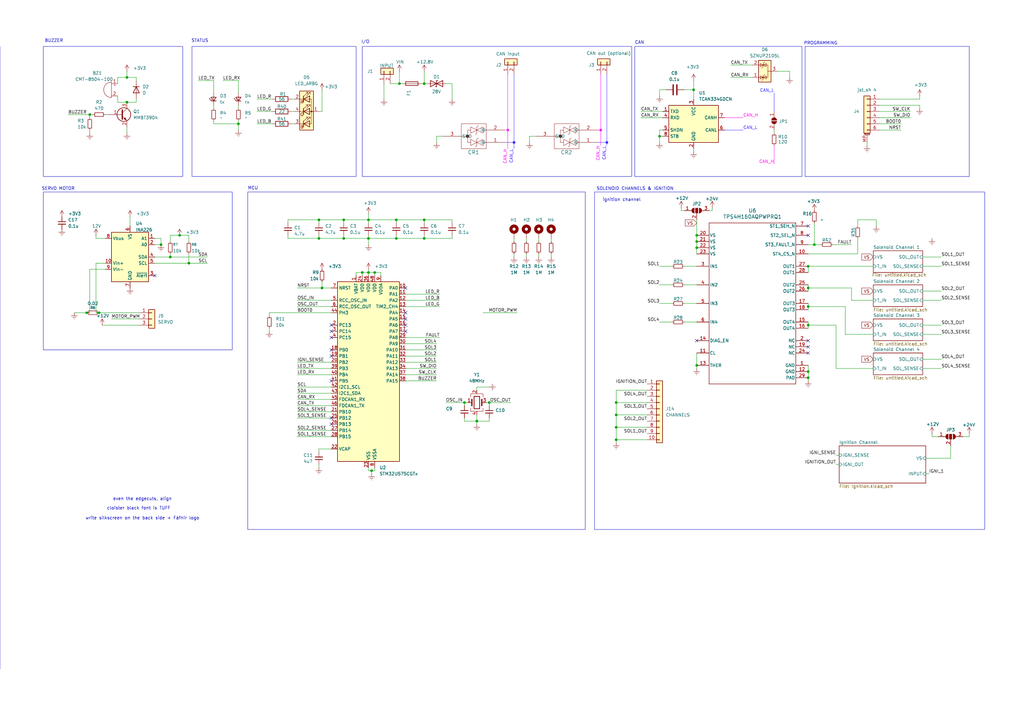
<source format=kicad_sch>
(kicad_sch (version 20250114) (generator "eeschema") (generator_version "9.0")
  (paper "A3")
  (lib_symbols
    (symbol "+3V3_11" (power) (pin_names (offset 0))
      (property "Value" "+3V3_11" (at 0 3.556 0))
      (symbol "+3V3_11_1_1"
        (pin power_in line (at 0 0 90) (length 0) (hide yes) (name "+3V3") (number "1"))
      )
    )
    (symbol "+3V3_12" (power) (pin_names (offset 0))
      (property "Value" "+3V3_12" (at 0 3.556 0))
      (symbol "+3V3_12_1_1"
        (pin power_in line (at 0 0 90) (length 0) (hide yes) (name "+3V3") (number "1"))
      )
    )
    (symbol "+3V3_4" (power) (pin_names (offset 0))
      (property "Value" "+3V3_4" (at 0 3.556 0))
      (symbol "+3V3_4_1_1"
        (pin power_in line (at 0 0 90) (length 0) (hide yes) (name "+3V3") (number "1"))
      )
    )
    (symbol "+3V3_5" (power) (pin_names (offset 0))
      (property "Value" "+3V3_5" (at 0 3.556 0))
      (symbol "+3V3_5_1_1"
        (pin power_in line (at 0 0 90) (length 0) (hide yes) (name "+3V3") (number "1"))
      )
    )
    (symbol "+3V3_9" (power) (pin_names (offset 0))
      (property "Value" "+3V3_9" (at 0 3.556 0))
      (symbol "+3V3_9_1_1"
        (pin power_in line (at 0 0 90) (length 0) (hide yes) (name "+3V3") (number "1"))
      )
    )
    (symbol "Connector_Generic:Conn_01x02" (pin_names (offset 1.016) (hide yes))
      (property "Reference" "J" (at 0 2.54 0))
      (property "Value" "Conn_01x02" (at 0 -5.08 0))
      (symbol "Conn_01x02_1_1"
        (pin passive line (at -5.08 0 0) (length 3.81) (name "Pin_1") (number "1"))
        (pin passive line (at -5.08 -2.54 0) (length 3.81) (name "Pin_2") (number "2"))
      )
    )
    (symbol "Connector_Generic:Conn_01x03" (pin_names (offset 1.016) (hide yes))
      (property "Reference" "J" (at 0 5.08 0))
      (property "Value" "Conn_01x03" (at 0 -5.08 0))
      (symbol "Conn_01x03_1_1"
        (pin passive line (at -5.08 2.54 0) (length 3.81) (name "Pin_1") (number "1"))
        (pin passive line (at -5.08 0 0) (length 3.81) (name "Pin_2") (number "2"))
        (pin passive line (at -5.08 -2.54 0) (length 3.81) (name "Pin_3") (number "3"))
      )
    )
    (symbol "Connector_Generic:Conn_01x10" (pin_names (offset 1.016) (hide yes))
      (property "Reference" "J" (at 0 12.7 0))
      (property "Value" "Conn_01x10" (at 0 -15.24 0))
      (symbol "Conn_01x10_1_1"
        (pin passive line (at -5.08 10.16 0) (length 3.81) (name "Pin_1") (number "1"))
        (pin passive line (at -5.08 7.62 0) (length 3.81) (name "Pin_2") (number "2"))
        (pin passive line (at -5.08 5.08 0) (length 3.81) (name "Pin_3") (number "3"))
        (pin passive line (at -5.08 2.54 0) (length 3.81) (name "Pin_4") (number "4"))
        (pin passive line (at -5.08 0 0) (length 3.81) (name "Pin_5") (number "5"))
        (pin passive line (at -5.08 -2.54 0) (length 3.81) (name "Pin_6") (number "6"))
        (pin passive line (at -5.08 -5.08 0) (length 3.81) (name "Pin_7") (number "7"))
        (pin passive line (at -5.08 -7.62 0) (length 3.81) (name "Pin_8") (number "8"))
        (pin passive line (at -5.08 -10.16 0) (length 3.81) (name "Pin_9") (number "9"))
        (pin passive line (at -5.08 -12.7 0) (length 3.81) (name "Pin_10") (number "10"))
      )
    )
    (symbol "Connector_Generic_MountingPin:Conn_01x06_MountingPin" (pin_names (offset 1.016) (hide yes))
      (property "Reference" "J" (at 0 7.62 0))
      (property "Value" "Conn_01x06_MountingPin" (at 1.27 -10.16 0))
      (symbol "Conn_01x06_MountingPin_1_1"
        (text "Mounting" (at 0 -9.271 0) (effects (font (size 0.381 0.381))))
        (pin passive line (at -5.08 5.08 0) (length 3.81) (name "Pin_1") (number "1"))
        (pin passive line (at -5.08 2.54 0) (length 3.81) (name "Pin_2") (number "2"))
        (pin passive line (at -5.08 0 0) (length 3.81) (name "Pin_3") (number "3"))
        (pin passive line (at -5.08 -2.54 0) (length 3.81) (name "Pin_4") (number "4"))
        (pin passive line (at -5.08 -5.08 0) (length 3.81) (name "Pin_5") (number "5"))
        (pin passive line (at -5.08 -7.62 0) (length 3.81) (name "Pin_6") (number "6"))
        (pin passive line (at 0 -12.7 90) (length 3.048) (name "MountPin") (number "MP"))
      )
    )
    (symbol "Device:Buzzer" (pin_names (offset 0.0254) (hide yes))
      (property "Reference" "BZ" (at 3.81 1.27 0))
      (property "Value" "Buzzer" (at 3.81 -1.27 0))
      (symbol "Buzzer_1_1"
        (pin passive line (at -2.54 2.54 0) (length 2.54) (name "-") (number "1"))
        (pin passive line (at -2.54 -2.54 0) (length 2.54) (name "+") (number "2"))
      )
    )
    (symbol "Device:C" (pin_numbers (hide yes)) (pin_names (offset 0.254))
      (property "Reference" "C" (at 0.635 2.54 0))
      (property "Value" "C" (at 0.635 -2.54 0))
      (symbol "C_1_1"
        (pin passive line (at 0 3.81 270) (length 2.794) (name "~") (number "1"))
        (pin passive line (at 0 -3.81 90) (length 2.794) (name "~") (number "2"))
      )
    )
    (symbol "Device:C_Small" (pin_numbers (hide yes)) (pin_names (offset 0.254) (hide yes))
      (property "Reference" "C" (at 0.254 1.778 0))
      (property "Value" "C_Small" (at 0.254 -2.032 0))
      (symbol "C_Small_1_1"
        (pin passive line (at 0 2.54 270) (length 2.032) (name "~") (number "1"))
        (pin passive line (at 0 -2.54 90) (length 2.032) (name "~") (number "2"))
      )
    )
    (symbol "Device:Crystal_GND24" (pin_names (offset 1.016) (hide yes))
      (property "Reference" "Y" (at 3.175 5.08 0))
      (property "Value" "Crystal_GND24" (at 3.175 3.175 0))
      (symbol "Crystal_GND24_1_1"
        (pin passive line (at -3.81 0 0) (length 1.27) (name "1") (number "1"))
        (pin passive line (at 0 5.08 270) (length 1.27) (name "2") (number "2"))
        (pin passive line (at 0 -5.08 90) (length 1.27) (name "4") (number "4"))
        (pin passive line (at 3.81 0 180) (length 1.27) (name "3") (number "3"))
      )
    )
    (symbol "Device:D" (pin_numbers (hide yes)) (pin_names (offset 1.016) (hide yes))
      (property "Reference" "D" (at 0 2.54 0))
      (property "Value" "D" (at 0 -2.54 0))
      (symbol "D_1_1"
        (pin passive line (at -3.81 0 0) (length 2.54) (name "K") (number "1"))
        (pin passive line (at 3.81 0 180) (length 2.54) (name "A") (number "2"))
      )
    )
    (symbol "Device:D_TVS" (pin_numbers (hide yes)) (pin_names (offset 1.016) (hide yes))
      (property "Reference" "D" (at 0 2.54 0))
      (property "Value" "D_TVS" (at 0 -2.54 0))
      (symbol "D_TVS_1_1"
        (pin passive line (at -3.81 0 0) (length 2.54) (name "A1") (number "1"))
        (pin passive line (at 3.81 0 180) (length 2.54) (name "A2") (number "2"))
      )
    )
    (symbol "Device:Fuse" (pin_numbers (hide yes)) (pin_names (offset 0))
      (property "Reference" "F" (at 2.032 0 90))
      (property "Value" "Fuse" (at -1.905 0 90))
      (symbol "Fuse_1_1"
        (pin passive line (at 0 3.81 270) (length 1.27) (name "~") (number "1"))
        (pin passive line (at 0 -3.81 90) (length 1.27) (name "~") (number "2"))
      )
    )
    (symbol "Device:LED" (pin_numbers (hide yes)) (pin_names (offset 1.016) (hide yes))
      (property "Reference" "D" (at 0 2.54 0))
      (property "Value" "LED" (at 0 -2.54 0))
      (symbol "LED_1_1"
        (pin passive line (at -3.81 0 0) (length 2.54) (name "K") (number "1"))
        (pin passive line (at 3.81 0 180) (length 2.54) (name "A") (number "2"))
      )
    )
    (symbol "Device:LED_ARBG" (pin_names (offset 0) (hide yes))
      (property "Reference" "D" (at 0 9.398 0))
      (property "Value" "LED_ARBG" (at 0 -8.89 0))
      (symbol "LED_ARBG_0_0"
        (text "R" (at -1.905 3.81 0) (effects (font (size 1.27 1.27))))
        (text "G" (at -1.905 -1.27 0) (effects (font (size 1.27 1.27))))
        (text "B" (at -1.905 -6.35 0) (effects (font (size 1.27 1.27))))
      )
      (symbol "LED_ARBG_1_1"
        (pin passive line (at -5.08 5.08 0) (length 2.54) (name "RK") (number "2"))
        (pin passive line (at -5.08 0 0) (length 2.54) (name "GK") (number "4"))
        (pin passive line (at -5.08 -5.08 0) (length 2.54) (name "BK") (number "3"))
        (pin passive line (at 5.08 0 180) (length 2.54) (name "A") (number "1"))
      )
    )
    (symbol "Device:LED_Small" (pin_numbers (hide yes)) (pin_names (offset 0.254) (hide yes))
      (property "Reference" "D" (at -1.27 3.175 0))
      (property "Value" "LED_Small" (at -4.445 -2.54 0))
      (symbol "LED_Small_1_1"
        (pin passive line (at -2.54 0 0) (length 1.778) (name "K") (number "1"))
        (pin passive line (at 2.54 0 180) (length 1.778) (name "A") (number "2"))
      )
    )
    (symbol "Device:L_Small" (pin_numbers (hide yes)) (pin_names (offset 0.254) (hide yes))
      (property "Reference" "L" (at 0.762 1.016 0))
      (property "Value" "L_Small" (at 0.762 -1.016 0))
      (symbol "L_Small_1_1"
        (pin passive line (at 0 2.54 270) (length 0.508) (name "~") (number "1"))
        (pin passive line (at 0 -2.54 90) (length 0.508) (name "~") (number "2"))
      )
    )
    (symbol "Device:R" (pin_numbers (hide yes)) (pin_names (offset 0))
      (property "Reference" "R" (at 2.032 0 90))
      (property "Value" "R" (at 0 0 90))
      (symbol "R_1_1"
        (pin passive line (at 0 3.81 270) (length 1.27) (name "~") (number "1"))
        (pin passive line (at 0 -3.81 90) (length 1.27) (name "~") (number "2"))
      )
    )
    (symbol "Device:R_Small" (pin_numbers (hide yes)) (pin_names (offset 0.254) (hide yes))
      (property "Reference" "R" (at 0.762 0.508 0))
      (property "Value" "R_Small" (at 0.762 -1.016 0))
      (symbol "R_Small_1_1"
        (pin passive line (at 0 2.54 270) (length 0.762) (name "~") (number "1"))
        (pin passive line (at 0 -2.54 90) (length 0.762) (name "~") (number "2"))
      )
    )
    (symbol "ESD2CAN36-Q1:ESD2CAN36DBZRQ1" (pin_names (offset 0.254))
      (property "Reference" "CR" (at 12.7 7.62 0))
      (property "Value" "ESD2CAN36DBZRQ1" (at 12.7 5.08 0))
      (symbol "ESD2CAN36DBZRQ1_0_1"
        (pin bidirectional line (at 0 0 0) (length 7.62) (name "IO") (number "1"))
        (pin bidirectional line (at 0 -5.08 0) (length 7.62) (name "IO") (number "2"))
        (pin power_out line (at 25.4 -2.54 180) (length 7.62) (name "GND") (number "3"))
      )
    )
    (symbol "Earth_11" (power) (pin_names (offset 0))
      (symbol "Earth_11_1_1"
        (pin power_in line (at 0 0 270) (length 0) (hide yes) (name "Earth") (number "1"))
      )
    )
    (symbol "Earth_14" (power) (pin_names (offset 0))
      (symbol "Earth_14_1_1"
        (pin power_in line (at 0 0 270) (length 0) (hide yes) (name "Earth") (number "1"))
      )
    )
    (symbol "Earth_15" (power) (pin_names (offset 0))
      (symbol "Earth_15_1_1"
        (pin power_in line (at 0 0 270) (length 0) (hide yes) (name "Earth") (number "1"))
      )
    )
    (symbol "Earth_18" (power) (pin_names (offset 0))
      (symbol "Earth_18_1_1"
        (pin power_in line (at 0 0 270) (length 0) (hide yes) (name "Earth") (number "1"))
      )
    )
    (symbol "Earth_19" (power) (pin_names (offset 0))
      (symbol "Earth_19_1_1"
        (pin power_in line (at 0 0 270) (length 0) (hide yes) (name "Earth") (number "1"))
      )
    )
    (symbol "Earth_21" (power) (pin_names (offset 0))
      (symbol "Earth_21_1_1"
        (pin power_in line (at 0 0 270) (length 0) (hide yes) (name "Earth") (number "1"))
      )
    )
    (symbol "Earth_23" (power) (pin_names (offset 0))
      (symbol "Earth_23_1_1"
        (pin power_in line (at 0 0 270) (length 0) (hide yes) (name "Earth") (number "1"))
      )
    )
    (symbol "Earth_24" (power) (pin_names (offset 0))
      (symbol "Earth_24_1_1"
        (pin power_in line (at 0 0 270) (length 0) (hide yes) (name "Earth") (number "1"))
      )
    )
    (symbol "Earth_25" (power) (pin_names (offset 0))
      (symbol "Earth_25_1_1"
        (pin power_in line (at 0 0 270) (length 0) (hide yes) (name "Earth") (number "1"))
      )
    )
    (symbol "Earth_31" (power) (pin_names (offset 0))
      (symbol "Earth_31_1_1"
        (pin power_in line (at 0 0 270) (length 0) (hide yes) (name "Earth") (number "1"))
      )
    )
    (symbol "Earth_34" (power) (pin_names (offset 0))
      (symbol "Earth_34_1_1"
        (pin power_in line (at 0 0 270) (length 0) (hide yes) (name "Earth") (number "1"))
      )
    )
    (symbol "Earth_36" (power) (pin_names (offset 0))
      (symbol "Earth_36_1_1"
        (pin power_in line (at 0 0 270) (length 0) (hide yes) (name "Earth") (number "1"))
      )
    )
    (symbol "Earth_40" (power) (pin_names (offset 0))
      (symbol "Earth_40_1_1"
        (pin power_in line (at 0 0 270) (length 0) (hide yes) (name "Earth") (number "1"))
      )
    )
    (symbol "Earth_47" (power) (pin_names (offset 0))
      (symbol "Earth_47_1_1"
        (pin power_in line (at 0 0 270) (length 0) (hide yes) (name "Earth") (number "1"))
      )
    )
    (symbol "Earth_48" (power) (pin_names (offset 0))
      (symbol "Earth_48_1_1"
        (pin power_in line (at 0 0 270) (length 0) (hide yes) (name "Earth") (number "1"))
      )
    )
    (symbol "Earth_50" (power) (pin_names (offset 0))
      (symbol "Earth_50_1_1"
        (pin power_in line (at 0 0 270) (length 0) (hide yes) (name "Earth") (number "1"))
      )
    )
    (symbol "Earth_7" (power) (pin_names (offset 0))
      (symbol "Earth_7_1_1"
        (pin power_in line (at 0 0 270) (length 0) (hide yes) (name "Earth") (number "1"))
      )
    )
    (symbol "Earth_8" (power) (pin_names (offset 0))
      (symbol "Earth_8_1_1"
        (pin power_in line (at 0 0 270) (length 0) (hide yes) (name "Earth") (number "1"))
      )
    )
    (symbol "Interface_CAN_LIN:TCAN334"
      (property "Reference" "U" (at -10.16 8.89 0))
      (property "Value" "TCAN334" (at 2.54 8.89 0))
      (symbol "TCAN334_1_1"
        (pin input line (at -12.7 5.08 0) (length 2.54) (name "TXD") (number "1"))
        (pin tri_state line (at -12.7 2.54 0) (length 2.54) (name "RXD") (number "4"))
        (pin input line (at -12.7 -2.54 0) (length 2.54) (name "SHDN") (number "5"))
        (pin input line (at -12.7 -5.08 0) (length 2.54) (name "STB") (number "8"))
        (pin power_in line (at 0 10.16 270) (length 2.54) (name "VCC") (number "3"))
        (pin power_in line (at 0 -10.16 90) (length 2.54) (name "GND") (number "2"))
        (pin bidirectional line (at 12.7 2.54 180) (length 2.54) (name "CANH") (number "7"))
        (pin bidirectional line (at 12.7 -2.54 180) (length 2.54) (name "CANL") (number "6"))
      )
    )
    (symbol "Jumper:SolderJumper_2_Open" (pin_names (offset 0) (hide yes))
      (property "Reference" "JP" (at 0 2.032 0))
      (property "Value" "SolderJumper_2_Open" (at 0 -2.54 0))
      (symbol "SolderJumper_2_Open_1_1"
        (pin passive line (at -3.81 0 0) (length 2.54) (name "A") (number "1"))
        (pin passive line (at 3.81 0 180) (length 2.54) (name "B") (number "2"))
      )
    )
    (symbol "Jumper:SolderJumper_3_Open" (pin_names (offset 0) (hide yes)) (in_bom no)
      (property "Reference" "JP" (at -2.54 -2.54 0))
      (property "Value" "SolderJumper_3_Open" (at 0 2.794 0))
      (symbol "SolderJumper_3_Open_1_1"
        (pin passive line (at -5.08 0 0) (length 2.54) (name "A") (number "1"))
        (pin passive line (at 0 -3.81 90) (length 2.54) (name "C") (number "2"))
        (pin passive line (at 5.08 0 180) (length 2.54) (name "B") (number "3"))
      )
    )
    (symbol "LM51231-Q1:LM51231QRGRRQ1" (pin_names (offset 0.254))
      (property "Reference" "U" (at 0 2.54 0))
      (property "Value" "LM51231QRGRRQ1" (at 0 0 0))
      (symbol "LM51231QRGRRQ1_0_1"
        (pin unspecified line (at 0 0 0) (length 5.08) (name "BIAS") (number "8"))
        (pin input line (at 0 -7.62 0) (length 5.08) (name "UVLO_EN") (number "13"))
        (pin unspecified line (at 0 -15.24 0) (length 5.08) (name "MODE") (number "12"))
        (pin unspecified line (at 0 -22.86 0) (length 5.08) (name "RT") (number "15"))
        (pin unspecified line (at 0 -30.48 0) (length 5.08) (name "SS") (number "17"))
        (pin unspecified line (at 0 -38.1 0) (length 5.08) (name "COMP") (number "20"))
        (pin unspecified line (at 0 -45.72 0) (length 5.08) (name "SYNC_DITHER_VH") (number "14"))
        (pin unspecified line (at 0 -53.34 0) (length 5.08) (name "VREF_RANGE") (number "16"))
        (pin unspecified line (at 0 -58.42 0) (length 5.08) (name "TRK") (number "18"))
        (pin open_collector line (at 60.96 0 180) (length 5.08) (name "PGOOD") (number "4"))
        (pin power_in line (at 60.96 -7.62 180) (length 5.08) (name "VOUT_SENSE") (number "3"))
        (pin unspecified line (at 60.96 -12.7 180) (length 5.08) (name "HB") (number "7"))
        (pin output line (at 60.96 -17.78 180) (length 5.08) (name "HO") (number "5"))
        (pin unspecified line (at 60.96 -22.86 180) (length 5.08) (name "SW") (number "6"))
        (pin output line (at 60.96 -27.94 180) (length 5.08) (name "LO") (number "11"))
        (pin unspecified line (at 60.96 -35.56 180) (length 5.08) (name "CSP") (number "1"))
        (pin unspecified line (at 60.96 -40.64 180) (length 5.08) (name "CSN") (number "2"))
        (pin power_in line (at 60.96 -48.26 180) (length 5.08) (name "VCC") (number "9"))
        (pin unspecified line (at 60.96 -53.34 180) (length 5.08) (name "EP") (number "21"))
        (pin power_in line (at 60.96 -55.88 180) (length 5.08) (name "AGND") (number "19"))
        (pin power_in line (at 60.96 -58.42 180) (length 5.08) (name "PGND") (number "10"))
      )
    )
    (symbol "MCU_ST_STM32U5:STM32U575CGTx"
      (property "Reference" "U" (at -12.7 39.37 0))
      (property "Value" "STM32U575CGTx" (at 7.62 39.37 0))
      (symbol "STM32U575CGTx_1_1"
        (pin input line (at -15.24 35.56 0) (length 2.54) (name "NRST") (number "7"))
        (pin bidirectional line (at -15.24 30.48 0) (length 2.54) (name "PH0") (number "5") (alternate "RCC_OSC_IN" bidirectional line))
        (pin bidirectional line (at -15.24 27.94 0) (length 2.54) (name "PH1") (number "6") (alternate "RCC_OSC_OUT" bidirectional line))
        (pin bidirectional line (at -15.24 25.4 0) (length 2.54) (name "PH3") (number "44"))
        (pin bidirectional line (at -15.24 20.32 0) (length 2.54) (name "PC13") (number "2"))
        (pin bidirectional line (at -15.24 17.78 0) (length 2.54) (name "PC14") (number "3"))
        (pin bidirectional line (at -15.24 15.24 0) (length 2.54) (name "PC15") (number "4"))
        (pin bidirectional line (at -15.24 10.16 0) (length 2.54) (name "PB0") (number "18") (alternate "" input line))
        (pin bidirectional line (at -15.24 7.62 0) (length 2.54) (name "PB1") (number "19") (alternate "" input line))
        (pin bidirectional line (at -15.24 5.08 0) (length 2.54) (name "PB2") (number "20"))
        (pin bidirectional line (at -15.24 2.54 0) (length 2.54) (name "PB3") (number "39") (alternate "" input line) (alternate "I2C1_SDA" bidirectional line))
        (pin bidirectional line (at -15.24 0 0) (length 2.54) (name "PB4") (number "40"))
        (pin bidirectional line (at -15.24 -2.54 0) (length 2.54) (name "PB5") (number "41"))
        (pin bidirectional line (at -15.24 -5.08 0) (length 2.54) (name "PB6") (number "42") (alternate "I2C1_SCL" bidirectional line))
        (pin bidirectional line (at -15.24 -7.62 0) (length 2.54) (name "PB7") (number "43") (alternate "I2C1_SDA" bidirectional line))
        (pin bidirectional line (at -15.24 -10.16 0) (length 2.54) (name "PB8") (number "45") (alternate "" input line) (alternate "FDCAN1_RX" bidirectional line) (alternate "I2C1_SCL" bidirectional line))
        (pin bidirectional line (at -15.24 -12.7 0) (length 2.54) (name "PB9") (number "46") (alternate "FDCAN1_TX" bidirectional line) (alternate "I2C1_SDA" bidirectional line))
        (pin bidirectional line (at -15.24 -15.24 0) (length 2.54) (name "PB10") (number "21") (alternate "" input line))
        (pin bidirectional line (at -15.24 -17.78 0) (length 2.54) (name "PB12") (number "25") (alternate "" input line))
        (pin bidirectional line (at -15.24 -20.32 0) (length 2.54) (name "PB13") (number "26") (alternate "" input line))
        (pin bidirectional line (at -15.24 -22.86 0) (length 2.54) (name "PB14") (number "27") (alternate "" input line))
        (pin bidirectional line (at -15.24 -25.4 0) (length 2.54) (name "PB15") (number "28") (alternate "" input line))
        (pin power_out line (at -15.24 -30.48 0) (length 2.54) (name "VCAP") (number "22"))
        (pin power_in line (at -5.08 40.64 270) (length 2.54) (name "VBAT") (number "1"))
        (pin power_in line (at -2.54 40.64 270) (length 2.54) (name "VDD") (number "24"))
        (pin power_in line (at 0 40.64 270) (length 2.54) (name "VDD") (number "36"))
        (pin power_in line (at 0 -38.1 90) (length 2.54) (name "VSS") (number "23"))
        (pin passive line (at 0 -38.1 90) (length 2.54) (hide yes) (name "VSS") (number "35"))
        (pin passive line (at 0 -38.1 90) (length 2.54) (hide yes) (name "VSS") (number "47"))
        (pin power_in line (at 2.54 40.64 270) (length 2.54) (name "VDD") (number "48"))
        (pin power_in line (at 2.54 -38.1 90) (length 2.54) (name "VSSA") (number "8"))
        (pin power_in line (at 5.08 40.64 270) (length 2.54) (name "VDDA") (number "9"))
        (pin bidirectional line (at 15.24 35.56 180) (length 2.54) (name "PA0") (number "10") (alternate "" input line))
        (pin bidirectional line (at 15.24 33.02 180) (length 2.54) (name "PA1") (number "11") (alternate "" input line))
        (pin bidirectional line (at 15.24 30.48 180) (length 2.54) (name "PA2") (number "12") (alternate "" input line))
        (pin bidirectional line (at 15.24 27.94 180) (length 2.54) (name "PA3") (number "13") (alternate "TIM2_CH4" bidirectional line))
        (pin bidirectional line (at 15.24 25.4 180) (length 2.54) (name "PA4") (number "14") (alternate "" input line))
        (pin bidirectional line (at 15.24 22.86 180) (length 2.54) (name "PA5") (number "15") (alternate "" input line))
        (pin bidirectional line (at 15.24 20.32 180) (length 2.54) (name "PA6") (number "16") (alternate "" input line))
        (pin bidirectional line (at 15.24 17.78 180) (length 2.54) (name "PA7") (number "17") (alternate "" input line))
        (pin bidirectional line (at 15.24 15.24 180) (length 2.54) (name "PA8") (number "29") (alternate "" input line))
        (pin bidirectional line (at 15.24 12.7 180) (length 2.54) (name "PA9") (number "30") (alternate "" input line))
        (pin bidirectional line (at 15.24 10.16 180) (length 2.54) (name "PA10") (number "31") (alternate "" input line))
        (pin bidirectional line (at 15.24 7.62 180) (length 2.54) (name "PA11") (number "32") (alternate "" input line) (alternate "FDCAN1_RX" bidirectional line))
        (pin bidirectional line (at 15.24 5.08 180) (length 2.54) (name "PA12") (number "33") (alternate "" input line) (alternate "FDCAN1_TX" bidirectional line))
        (pin bidirectional line (at 15.24 2.54 180) (length 2.54) (name "PA13") (number "34") (alternate "" input line))
        (pin bidirectional line (at 15.24 0 180) (length 2.54) (name "PA14") (number "37") (alternate "" input line))
        (pin bidirectional line (at 15.24 -2.54 180) (length 2.54) (name "PA15") (number "38"))
      )
    )
    (symbol "Mechanical:MountingHole_Pad" (pin_numbers (hide yes)) (pin_names (offset 1.016) (hide yes))
      (property "Reference" "H" (at 0 6.35 0))
      (property "Value" "MountingHole_Pad" (at 0 4.445 0))
      (symbol "MountingHole_Pad_1_1"
        (pin input line (at 0 -2.54 90) (length 2.54) (name "1") (number "1"))
      )
    )
    (symbol "Power_Protection:SZNUP2105L" (pin_names (hide yes))
      (property "Reference" "D" (at 5.715 2.54 0))
      (property "Value" "SZNUP2105L" (at 5.715 0.635 0))
      (symbol "SZNUP2105L_0_0"
        (pin passive line (at 0 -5.08 90) (length 2.54) (name "A") (number "3"))
      )
      (symbol "SZNUP2105L_1_1"
        (pin passive line (at -2.54 5.08 270) (length 2.54) (name "K") (number "1"))
        (pin passive line (at 2.54 5.08 270) (length 2.54) (name "K") (number "2"))
      )
    )
    (symbol "R_Small_1" (pin_numbers (hide yes)) (pin_names (offset 0.254) (hide yes))
      (property "Reference" "R" (at 0 0 90))
      (property "Value" "R_Small" (at 1.778 0 90))
      (symbol "R_Small_1_1_1"
        (pin passive line (at 0 2.54 270) (length 0.762) (name "~") (number "1"))
        (pin passive line (at 0 -2.54 90) (length 0.762) (name "~") (number "2"))
      )
    )
    (symbol "R_Small_2" (pin_numbers (hide yes)) (pin_names (offset 0.254) (hide yes))
      (property "Reference" "R" (at 0 0 90))
      (property "Value" "R_Small" (at 1.778 0 90))
      (symbol "R_Small_2_1_1"
        (pin passive line (at 0 2.54 270) (length 0.762) (name "~") (number "1"))
        (pin passive line (at 0 -2.54 90) (length 0.762) (name "~") (number "2"))
      )
    )
    (symbol "R_Small_3" (pin_numbers (hide yes)) (pin_names (offset 0.254) (hide yes))
      (property "Reference" "R" (at 0 0 90))
      (property "Value" "R_Small" (at 1.778 0 90))
      (symbol "R_Small_3_1_1"
        (pin passive line (at 0 2.54 270) (length 0.762) (name "~") (number "1"))
        (pin passive line (at 0 -2.54 90) (length 0.762) (name "~") (number "2"))
      )
    )
    (symbol "R_Small_4" (pin_numbers (hide yes)) (pin_names (offset 0.254) (hide yes))
      (property "Reference" "R" (at 0 0 90))
      (property "Value" "R_Small" (at 1.778 0 90))
      (symbol "R_Small_4_1_1"
        (pin passive line (at 0 2.54 270) (length 0.762) (name "~") (number "1"))
        (pin passive line (at 0 -2.54 90) (length 0.762) (name "~") (number "2"))
      )
    )
    (symbol "R_Small_5" (pin_numbers (hide yes)) (pin_names (offset 0.254) (hide yes))
      (property "Reference" "R" (at 0 0 90))
      (property "Value" "R_Small" (at 1.778 0 90))
      (symbol "R_Small_5_1_1"
        (pin passive line (at 0 2.54 270) (length 0.762) (name "~") (number "1"))
        (pin passive line (at 0 -2.54 90) (length 0.762) (name "~") (number "2"))
      )
    )
    (symbol "Regulator_Switching:AP63205WU"
      (property "Reference" "U" (at -7.62 6.35 0))
      (property "Value" "AP63205WU" (at 2.54 6.35 0))
      (symbol "AP63205WU_1_1"
        (pin power_in line (at -10.16 2.54 0) (length 2.54) (name "IN") (number "3"))
        (pin input line (at -10.16 -2.54 0) (length 2.54) (name "EN") (number "2"))
        (pin power_in line (at 0 -7.62 90) (length 2.54) (name "GND") (number "4"))
        (pin output line (at 10.16 2.54 180) (length 2.54) (name "SW") (number "5"))
        (pin passive line (at 10.16 0 180) (length 2.54) (name "BST") (number "6"))
        (pin input line (at 10.16 -2.54 180) (length 2.54) (name "FB") (number "1"))
      )
    )
    (symbol "SamacSys_Parts:TPS56A37RPAR"
      (property "Reference" "IC" (at 26.67 7.62 0))
      (property "Value" "TPS56A37RPAR" (at 26.67 5.08 0))
      (symbol "TPS56A37RPAR_1_1"
        (pin passive line (at 0 0 0) (length 5.08) (name "EN") (number "1"))
        (pin passive line (at 0 -2.54 0) (length 5.08) (name "FB") (number "2"))
        (pin passive line (at 0 -5.08 0) (length 5.08) (name "AGND") (number "3"))
        (pin passive line (at 0 -7.62 0) (length 5.08) (name "PG") (number "4"))
        (pin passive line (at 0 -10.16 0) (length 5.08) (name "SS") (number "5"))
        (pin passive line (at 0 -12.7 0) (length 5.08) (name "SW") (number "6"))
        (pin passive line (at 0 -15.24 0) (length 5.08) (name "BOOT") (number "7"))
        (pin passive line (at 30.48 0 180) (length 5.08) (name "VIN_1") (number "8"))
        (pin passive line (at 30.48 -2.54 180) (length 5.08) (name "PGND") (number "9"))
        (pin passive line (at 30.48 -5.08 180) (length 5.08) (name "MODE") (number "10"))
        (pin passive line (at 30.48 -7.62 180) (length 5.08) (name "VIN_2") (number "11"))
        (pin passive line (at 30.48 -10.16 180) (length 5.08) (name "VIN_3") (number "12"))
        (pin passive line (at 30.48 -12.7 180) (length 5.08) (name "VIN_4") (number "13"))
      )
    )
    (symbol "Sensor_Energy:INA226"
      (property "Reference" "U" (at -6.35 11.43 0))
      (property "Value" "INA226" (at 3.81 11.43 0))
      (symbol "INA226_1_1"
        (pin input line (at -10.16 7.62 0) (length 2.54) (name "Vbus") (number "8"))
        (pin input line (at -10.16 -2.54 0) (length 2.54) (name "Vin+") (number "10"))
        (pin input line (at -10.16 -5.08 0) (length 2.54) (name "Vin-") (number "9"))
        (pin power_in line (at 0 12.7 270) (length 2.54) (name "VS") (number "6"))
        (pin power_in line (at 0 -12.7 90) (length 2.54) (name "GND") (number "7"))
        (pin input line (at 10.16 7.62 180) (length 2.54) (name "A1") (number "1"))
        (pin input line (at 10.16 5.08 180) (length 2.54) (name "A0") (number "2"))
        (pin bidirectional line (at 10.16 0 180) (length 2.54) (name "SDA") (number "4"))
        (pin input line (at 10.16 -2.54 180) (length 2.54) (name "SCL") (number "5"))
        (pin open_collector line (at 10.16 -7.62 180) (length 2.54) (name "~{Alert}") (number "3"))
      )
    )
    (symbol "SolderJumper_2_Open_1" (pin_numbers (hide yes)) (pin_names (offset 0) (hide yes)) (in_bom no)
      (property "Reference" "JP" (at 0 2.032 0))
      (property "Value" "SolderJumper_2_Open" (at 0 -2.54 0))
      (symbol "SolderJumper_2_Open_1_1_1"
        (pin passive line (at -3.81 0 0) (length 2.54) (name "A") (number "1"))
        (pin passive line (at 3.81 0 180) (length 2.54) (name "B") (number "2"))
      )
    )
    (symbol "TPS4H160AQPWPRQ1_1" (pin_names (offset 0.254))
      (property "Reference" "U" (at 0 2.54 0))
      (property "Value" "TPS4H160AQPWPRQ1" (at 0 0 0))
      (symbol "TPS4H160AQPWPRQ1_1_0_1"
        (pin power_in line (at -22.86 27.94 0) (length 5.08) (name "VS") (number "20"))
        (pin power_in line (at -22.86 25.4 0) (length 5.08) (name "VS") (number "21"))
        (pin power_in line (at -22.86 22.86 0) (length 5.08) (name "VS") (number "22"))
        (pin power_in line (at -22.86 20.32 0) (length 5.08) (name "VS") (number "23"))
        (pin input line (at -22.86 15.24 0) (length 5.08) (name "IN1") (number "3"))
        (pin input line (at -22.86 7.62 0) (length 5.08) (name "IN2") (number "4"))
        (pin input line (at -22.86 0 0) (length 5.08) (name "IN3") (number "5"))
        (pin input line (at -22.86 -7.62 0) (length 5.08) (name "IN4") (number "6"))
        (pin input line (at -22.86 -15.24 0) (length 5.08) (name "DIAG_EN") (number "14"))
        (pin output line (at -22.86 -20.32 0) (length 5.08) (name "CL") (number "11"))
        (pin input line (at -22.86 -25.4 0) (length 5.08) (name "THER") (number "13"))
        (pin bidirectional line (at 22.86 31.75 180) (length 5.08) (name "ST1_SEH_N") (number "7"))
        (pin bidirectional line (at 22.86 27.94 180) (length 5.08) (name "ST2_SEL_N") (number "8"))
        (pin open_collector line (at 22.86 24.13 180) (length 5.08) (name "ST3_FAULT_N") (number "9"))
        (pin bidirectional line (at 22.86 20.32 180) (length 5.08) (name "ST4_CS_N") (number "10"))
        (pin output line (at 22.86 15.24 180) (length 5.08) (name "OUT1") (number "27"))
        (pin output line (at 22.86 12.7 180) (length 5.08) (name "OUT1") (number "28"))
        (pin output line (at 22.86 7.62 180) (length 5.08) (name "OUT2") (number "25"))
        (pin output line (at 22.86 5.08 180) (length 5.08) (name "OUT2") (number "26"))
        (pin output line (at 22.86 0 180) (length 5.08) (name "OUT3") (number "17"))
        (pin output line (at 22.86 -2.54 180) (length 5.08) (name "OUT3") (number "18"))
        (pin output line (at 22.86 -7.62 180) (length 5.08) (name "OUT4") (number "15"))
        (pin output line (at 22.86 -10.16 180) (length 5.08) (name "OUT4") (number "16"))
        (pin unspecified line (at 22.86 -15.24 180) (length 5.08) (name "NC") (number "2"))
        (pin unspecified line (at 22.86 -17.78 180) (length 5.08) (name "NC") (number "19"))
        (pin unspecified line (at 22.86 -20.32 180) (length 5.08) (name "NC") (number "24"))
        (pin power_in line (at 22.86 -25.4 180) (length 5.08) (name "GND") (number "1"))
        (pin power_in line (at 22.86 -27.94 180) (length 5.08) (name "GND") (number "12"))
        (pin power_in line (at 22.86 -30.48 180) (length 5.08) (name "PAD") (number "29"))
      )
    )
    (symbol "Transistor_BJT:MMBT3904" (pin_names (offset 0) (hide yes))
      (property "Reference" "Q" (at 5.08 1.905 0))
      (property "Value" "MMBT3904" (at 5.08 0 0))
      (symbol "MMBT3904_1_1"
        (pin input line (at -5.08 0 0) (length 5.715) (name "B") (number "1"))
        (pin passive line (at 2.54 5.08 270) (length 2.54) (name "C") (number "3"))
        (pin passive line (at 2.54 -5.08 90) (length 2.54) (name "E") (number "2"))
      )
    )
    (symbol "Transistor_FET:CSD17577Q3A" (pin_names (hide yes))
      (property "Reference" "Q" (at 5.08 1.905 0))
      (property "Value" "CSD17577Q3A" (at 5.08 0 0))
      (symbol "CSD17577Q3A_1_1"
        (pin passive line (at -5.08 0 0) (length 2.54) (name "G") (number "4"))
        (pin passive line (at 2.54 5.08 270) (length 2.54) (name "D") (number "5"))
        (pin passive line (at 2.54 -5.08 90) (length 2.54) (name "S") (number "1"))
        (pin passive line (at 2.54 -5.08 90) (length 2.54) (hide yes) (name "S") (number "2"))
        (pin passive line (at 2.54 -5.08 90) (length 2.54) (hide yes) (name "S") (number "3"))
      )
    )
    (symbol "Transistor_FET:CSD18543Q3A" (pin_names (hide yes))
      (property "Reference" "Q" (at 5.08 1.905 0))
      (property "Value" "CSD18543Q3A" (at 5.08 0 0))
      (symbol "CSD18543Q3A_1_1"
        (pin passive line (at -5.08 0 0) (length 2.54) (name "G") (number "4"))
        (pin passive line (at 2.54 5.08 270) (length 2.54) (name "D") (number "5"))
        (pin passive line (at 2.54 -5.08 90) (length 2.54) (name "S") (number "1"))
        (pin passive line (at 2.54 -5.08 90) (length 2.54) (hide yes) (name "S") (number "2"))
        (pin passive line (at 2.54 -5.08 90) (length 2.54) (hide yes) (name "S") (number "3"))
      )
    )
    (symbol "VCC_2" (power) (pin_numbers (hide yes)) (pin_names (offset 0) (hide yes))
      (property "Value" "VCC" (at 0 3.556 0))
      (symbol "VCC_2_1_1"
        (pin power_in line (at 0 0 90) (length 0) (name "~") (number "1"))
      )
    )
    (symbol "power:+3V3" (power) (pin_names (offset 0))
      (property "Value" "+3V3" (at 0 3.556 0))
      (symbol "+3V3_1_1"
        (pin power_in line (at 0 0 90) (length 0) (hide yes) (name "+3V3") (number "1"))
      )
    )
    (symbol "power:Earth" (power) (pin_names (offset 0))
      (symbol "Earth_1_1"
        (pin power_in line (at 0 0 270) (length 0) (hide yes) (name "Earth") (number "1"))
      )
    )
    (symbol "power:VCC" (power) (pin_numbers (hide yes)) (pin_names (offset 0) (hide yes))
      (property "Value" "VCC" (at 0 3.556 0))
      (symbol "VCC_1_1"
        (pin power_in line (at 0 0 90) (length 0) (name "~") (number "1"))
      )
    )
  )
  (rectangle (start -321.31 19.05) (end 0 274.32))
  (rectangle (start 243.84 78.74) (end 403.86 217.17))
  (rectangle (start -285.75 171.45) (end -109.22 257.81))
  (rectangle (start 17.78 19.05) (end 74.93 72.39))
  (rectangle (start 148.59 19.05) (end 259.08 72.39))
  (rectangle (start 260.35 19.05) (end 328.93 72.39))
  (rectangle (start 78.74 19.05) (end 146.05 72.39))
  (rectangle (start 17.78 78.74) (end 95.25 143.51))
  (rectangle (start 101.6 78.74) (end 240.03 217.17))
  (text "https://webench.ti.com/power-designer/switching-regulator/select\nLM51231-Q1 " (at -194.056 68.072 0) (effects (font (size 1.27 1.27))))
  (text "BUZZER" (at 18.288 17.526 0) (effects (font (size 1.27 1.27)) (justify left bottom)))
  (text "cloister black font is TUFF" (at 56.896 208.534 0) (effects (font (size 1.27 1.27))))
  (text "Power +12.8V" (at -279.4 170.18 0) (effects (font (size 1.27 1.27))))
  (text "I/O" (at 149.86 17.272 0) (effects (font (size 1.27 1.27))))
  (text "ignition channel" (at 255.016 82.042 0) (effects (font (size 1.27 1.27))))
  (text "SOLENOID CHANNELS & IGNITION" (at 244.602 78.232 0) (effects (font (size 1.27 1.27)) (justify left bottom)))
  (text "write silkscreen on the back side + Fáfnir logo" (at 58.42 212.598 0) (effects (font (size 1.27 1.27))))
  (text "PROGRAMMING" (at 329.692 18.542 0) (effects (font (size 1.27 1.27)) (justify left bottom)))
  (text "max current: 2A" (at -190.5 27.686 0) (effects (font (size 1.27 1.27))))
  (text "CAN" (at 260.35 18.288 0) (effects (font (size 1.27 1.27)) (justify left bottom)))
  (text "POWER MANAGEMENT" (at -238.125 17.145 0) (effects (font (size 1.27 1.27)) (justify left bottom)))
  (text "SERVO MOTOR" (at 23.876 77.47 0) (effects (font (size 1.27 1.27))))
  (text "MCU" (at 101.6 77.978 0) (effects (font (size 1.27 1.27)) (justify left bottom)))
  (text "STATUS" (at 78.486 17.526 0) (effects (font (size 1.27 1.27)) (justify left bottom)))
  (text "even the edgecuts, align" (at 58.42 204.724 0) (effects (font (size 1.27 1.27))))
  (junction (at 173.99 90.17))
  (junction (at 248.92 58.42) (color 47 31 255 1))
  (junction (at 252.73 180.34))
  (junction (at 132.08 118.11))
  (junction (at 285.75 149.86))
  (junction (at 190.5 165.1))
  (junction (at -200.66 53.34))
  (junction (at 208.28 53.34) (color 255 25 255 1))
  (junction (at -140.97 80.01))
  (junction (at -166.37 214.63))
  (junction (at 285.75 101.6))
  (junction (at -143.51 214.63))
  (junction (at -254 212.09))
  (junction (at -255.27 80.01))
  (junction (at -233.68 207.01))
  (junction (at 331.47 118.11))
  (junction (at 210.82 58.42) (color 39 24 255 1))
  (junction (at -261.62 142.24))
  (junction (at 73.66 96.52))
  (junction (at 331.47 152.4))
  (junction (at -250.19 80.01))
  (junction (at -266.7 87.63))
  (junction (at -233.68 212.09))
  (junction (at 151.13 97.79))
  (junction (at 140.97 90.17))
  (junction (at 66.04 100.33))
  (junction (at 35.56 128.27))
  (junction (at 52.07 31.75))
  (junction (at -250.19 90.17))
  (junction (at 252.73 165.1))
  (junction (at 285.75 96.52))
  (junction (at -165.1 138.43))
  (junction (at 97.79 50.8))
  (junction (at -247.65 143.51))
  (junction (at -125.73 214.63))
  (junction (at -106.68 90.17))
  (junction (at -124.46 97.79))
  (junction (at 162.56 97.79))
  (junction (at -194.31 39.37))
  (junction (at -177.8 223.52))
  (junction (at -222.25 233.68))
  (junction (at 173.99 97.79))
  (junction (at -166.37 233.68))
  (junction (at 130.81 97.79))
  (junction (at 195.58 172.72))
  (junction (at 331.47 154.94))
  (junction (at -176.53 146.05))
  (junction (at -120.65 80.01))
  (junction (at -199.39 233.68))
  (junction (at -243.84 233.68))
  (junction (at 252.73 170.18))
  (junction (at 173.99 34.29))
  (junction (at -163.83 39.37))
  (junction (at 130.81 90.17))
  (junction (at -172.72 130.81))
  (junction (at -111.76 80.01))
  (junction (at -281.94 80.01))
  (junction (at 151.13 90.17))
  (junction (at -124.46 80.01))
  (junction (at 77.47 107.95))
  (junction (at -233.68 233.68))
  (junction (at -111.76 90.17))
  (junction (at 246.38 53.34) (color 255 3 242 1))
  (junction (at -130.81 214.63))
  (junction (at 140.97 97.79))
  (junction (at -210.82 233.68))
  (junction (at -191.77 39.37))
  (junction (at 148.59 111.76))
  (junction (at -130.81 39.37))
  (junction (at 153.67 111.76))
  (junction (at -177.8 214.63))
  (junction (at -266.7 80.01))
  (junction (at -85.09 80.01))
  (junction (at 36.83 46.99))
  (junction (at -243.84 212.09))
  (junction (at -200.66 39.37))
  (junction (at 252.73 175.26))
  (junction (at 331.47 109.22))
  (junction (at 331.47 125.73))
  (junction (at 270.51 55.88))
  (junction (at -153.67 233.68))
  (junction (at 284.48 36.83))
  (junction (at -255.27 128.27))
  (junction (at 334.01 100.33))
  (junction (at -233.68 209.55))
  (junction (at -147.32 39.37))
  (junction (at -281.94 87.63))
  (junction (at 163.83 34.29))
  (junction (at 200.66 165.1))
  (junction (at -172.72 125.73))
  (junction (at -247.65 151.13))
  (junction (at -187.96 214.63))
  (junction (at 52.07 41.91))
  (junction (at 152.4 193.04))
  (junction (at -125.73 39.37))
  (junction (at 69.85 105.41))
  (junction (at 151.13 111.76))
  (junction (at -101.6 80.01))
  (junction (at -156.21 80.01))
  (junction (at -161.29 80.01))
  (junction (at 285.75 99.06))
  (junction (at 331.47 133.35))
  (junction (at -176.53 148.59))
  (junction (at -199.39 228.6))
  (junction (at -140.97 39.37))
  (junction (at -153.67 214.63))
  (junction (at 162.56 90.17))
  (junction (at 40.64 128.27))
  (junction (at -166.37 223.52))
  (no_connect (at 135.89 171.45))
  (no_connect (at 63.5 113.03))
  (no_connect (at 135.89 138.43))
  (no_connect (at 166.37 135.89))
  (no_connect (at 285.75 139.7))
  (no_connect (at 331.47 92.71))
  (no_connect (at 331.47 139.7))
  (no_connect (at 135.89 135.89))
  (no_connect (at 331.47 96.52))
  (no_connect (at 135.89 173.99))
  (no_connect (at 166.37 118.11))
  (no_connect (at -195.58 207.01))
  (no_connect (at 135.89 143.51))
  (no_connect (at 135.89 133.35))
  (no_connect (at 135.89 156.21))
  (no_connect (at 166.37 133.35))
  (no_connect (at 166.37 128.27))
  (no_connect (at 135.89 146.05))
  (no_connect (at 331.47 144.78))
  (no_connect (at -176.53 90.17))
  (no_connect (at 331.47 142.24))
  (no_connect (at -195.58 199.39))
  (no_connect (at 166.37 130.81))
  (wire (pts (xy 152.4 193.04) (xy 153.67 193.04)))
  (wire (pts (xy 119.38 50.8) (xy 120.65 50.8)))
  (wire (pts (xy 43.18 46.99) (xy 44.45 46.99)))
  (wire (pts (xy 118.11 91.44) (xy 118.11 90.17)))
  (wire (pts (xy -222.25 233.68) (xy -210.82 233.68)))
  (wire (pts (xy 87.63 43.18) (xy 87.63 44.45)))
  (wire (pts (xy 146.05 113.03) (xy 146.05 111.76)))
  (wire (pts (xy -233.68 207.01) (xy -233.68 209.55)))
  (wire (pts (xy 342.9 190.5) (xy 344.17 190.5)))
  (wire (pts (xy -120.65 90.17) (xy -111.76 90.17)))
  (wire (pts (xy -254 233.68) (xy -243.84 233.68)))
  (wire (pts (xy -120.65 86.36) (xy -120.65 90.17)))
  (wire (pts (xy 280.67 36.83) (xy 284.48 36.83)))
  (wire (pts (xy 285.75 101.6) (xy 285.75 104.14)))
  (wire (pts (xy 378.46 147.32) (xy 386.08 147.32)))
  (wire (pts (xy 331.47 116.84) (xy 331.47 118.11)))
  (wire (pts (xy -153.67 226.06) (xy -153.67 233.68)))
  (wire (pts (xy -163.83 44.45) (xy -167.64 44.45)))
  (wire (pts (xy 317.5 54.61) (xy 317.5 53.34)))
  (wire (pts (xy -233.68 209.55) (xy -233.68 212.09)))
  (wire (pts (xy -180.34 214.63) (xy -177.8 214.63)))
  (wire (pts (xy -166.37 233.68) (xy -166.37 232.41)))
  (wire (pts (xy 151.13 193.04) (xy 152.4 193.04)))
  (wire (pts (xy 270.51 132.08) (xy 275.59 132.08)))
  (wire (pts (xy 331.47 118.11) (xy 331.47 119.38)))
  (wire (pts (xy 166.37 151.13) (xy 179.07 151.13)))
  (wire (pts (xy 270.51 116.84) (xy 275.59 116.84)))
  (wire (pts (xy 265.43 160.02) (xy 252.73 160.02)))
  (wire (pts (xy 248.92 58.42) (xy 248.92 59.69)) (stroke (width 0) (color 47 31 255 1)))
  (wire (pts (xy 331.47 125.73) (xy 331.47 127)))
  (wire (pts (xy -243.84 226.06) (xy -243.84 233.68)))
  (wire (pts (xy -250.19 90.17) (xy -250.19 97.79)))
  (wire (pts (xy -243.84 212.09) (xy -233.68 212.09)))
  (wire (pts (xy -266.7 87.63) (xy -255.27 87.63)))
  (wire (pts (xy 41.91 133.35) (xy 57.15 133.35)))
  (wire (pts (xy 331.47 133.35) (xy 342.9 133.35)))
  (wire (pts (xy 179.07 143.51) (xy 166.37 143.51)))
  (wire (pts (xy 110.49 134.62) (xy 110.49 135.89)))
  (wire (pts (xy 210.82 97.79) (xy 210.82 99.06)))
  (wire (pts (xy -101.6 80.01) (xy -85.09 80.01)))
  (wire (pts (xy 331.47 152.4) (xy 331.47 154.94)))
  (wire (pts (xy 48.26 41.91) (xy 48.26 39.37)))
  (wire (pts (xy -137.16 80.01) (xy -140.97 80.01)))
  (wire (pts (xy 341.63 100.33) (xy 349.25 100.33)))
  (wire (pts (xy -191.77 39.37) (xy -191.77 44.45)))
  (wire (pts (xy 121.92 148.59) (xy 135.89 148.59)))
  (wire (pts (xy -124.46 106.68) (xy -124.46 105.41)))
  (wire (pts (xy -247.65 151.13) (xy -240.03 151.13)))
  (wire (pts (xy -255.27 128.27) (xy -267.97 128.27)))
  (wire (pts (xy 334.01 100.33) (xy 336.55 100.33)))
  (wire (pts (xy 121.92 163.83) (xy 135.89 163.83)))
  (wire (pts (xy -176.53 143.51) (xy -176.53 146.05)))
  (wire (pts (xy -250.19 90.17) (xy -237.49 90.17)))
  (wire (pts (xy 73.66 96.52) (xy 77.47 96.52)))
  (wire (pts (xy -199.39 228.6) (xy -199.39 233.68)))
  (wire (pts (xy 285.75 144.78) (xy 285.75 149.86)))
  (wire (pts (xy 87.63 33.02) (xy 81.28 33.02)))
  (wire (pts (xy -281.94 86.36) (xy -281.94 87.63)))
  (wire (pts (xy 285.75 149.86) (xy 285.75 151.13)))
  (wire (pts (xy -177.8 214.63) (xy -166.37 214.63)))
  (wire (pts (xy 146.05 111.76) (xy 148.59 111.76)))
  (wire (pts (xy -232.41 201.93) (xy -226.06 201.93)))
  (wire (pts (xy 163.83 34.29) (xy 165.1 34.29)))
  (wire (pts (xy 346.71 137.16) (xy 346.71 125.73)))
  (wire (pts (xy 52.07 31.75) (xy 55.88 31.75)))
  (polyline (pts (xy 330.2 19.05) (xy 397.51 19.05)))
  (wire (pts (xy 151.13 97.79) (xy 162.56 97.79)))
  (wire (pts (xy 52.07 52.07) (xy 52.07 54.61)))
  (wire (pts (xy -292.1 80.01) (xy -292.1 81.28)))
  (wire (pts (xy 173.99 29.21) (xy 173.99 34.29)))
  (wire (pts (xy 190.5 171.45) (xy 190.5 172.72)))
  (wire (pts (xy 132.08 115.57) (xy 132.08 118.11)))
  (wire (pts (xy 63.5 105.41) (xy 69.85 105.41)))
  (wire (pts (xy -240.03 148.59) (xy -237.49 148.59)))
  (wire (pts (xy -247.65 151.13) (xy -247.65 153.67)))
  (wire (pts (xy 121.92 166.37) (xy 135.89 166.37)))
  (wire (pts (xy -232.41 204.47) (xy -226.06 204.47)))
  (wire (pts (xy 179.07 156.21) (xy 166.37 156.21)))
  (wire (pts (xy 331.47 133.35) (xy 331.47 134.62)))
  (wire (pts (xy 378.46 151.13) (xy 386.08 151.13)))
  (wire (pts (xy -199.39 233.68) (xy -210.82 233.68)))
  (wire (pts (xy -85.09 80.01) (xy -85.09 78.74)))
  (wire (pts (xy -200.66 39.37) (xy -200.66 40.64)))
  (wire (pts (xy -172.72 125.73) (xy -160.02 125.73)))
  (wire (pts (xy 163.83 29.21) (xy 163.83 34.29)))
  (wire (pts (xy 162.56 97.79) (xy 162.56 96.52)))
  (wire (pts (xy 195.58 160.02) (xy 195.58 158.75)))
  (wire (pts (xy -101.6 86.36) (xy -101.6 90.17)))
  (wire (pts (xy -166.37 223.52) (xy -166.37 224.79)))
  (wire (pts (xy -166.37 214.63) (xy -153.67 214.63)))
  (wire (pts (xy -157.48 80.01) (xy -157.48 130.81)))
  (wire (pts (xy 39.37 97.79) (xy 43.18 97.79)))
  (wire (pts (xy 140.97 90.17) (xy 151.13 90.17)))
  (wire (pts (xy 151.13 111.76) (xy 153.67 111.76)))
  (wire (pts (xy -254 218.44) (xy -254 212.09)))
  (wire (pts (xy 220.98 104.14) (xy 220.98 105.41)))
  (wire (pts (xy -194.31 53.34) (xy -200.66 53.34)))
  (wire (pts (xy 179.07 148.59) (xy 166.37 148.59)))
  (wire (pts (xy -254 226.06) (xy -254 233.68)))
  (wire (pts (xy 140.97 91.44) (xy 140.97 90.17)))
  (wire (pts (xy 331.47 124.46) (xy 331.47 125.73)))
  (wire (pts (xy 179.07 146.05) (xy 166.37 146.05)))
  (wire (pts (xy -254 212.09) (xy -243.84 212.09)))
  (wire (pts (xy 173.99 97.79) (xy 173.99 96.52)))
  (wire (pts (xy -124.46 80.01) (xy -120.65 80.01)))
  (wire (pts (xy 280.67 124.46) (xy 285.75 124.46)))
  (wire (pts (xy 285.75 96.52) (xy 285.75 99.06)))
  (wire (pts (xy -292.1 87.63) (xy -292.1 86.36)))
  (wire (pts (xy -243.84 212.09) (xy -243.84 218.44)))
  (wire (pts (xy -187.96 214.63) (xy -185.42 214.63)))
  (wire (pts (xy 180.34 138.43) (xy 166.37 138.43)))
  (wire (pts (xy -266.7 212.09) (xy -254 212.09)))
  (wire (pts (xy 280.67 132.08) (xy 285.75 132.08)))
  (wire (pts (xy 105.41 45.72) (xy 111.76 45.72)))
  (wire (pts (xy 135.89 176.53) (xy 121.92 176.53)))
  (wire (pts (xy -266.7 87.63) (xy -266.7 88.9)))
  (wire (pts (xy 180.34 123.19) (xy 166.37 123.19)))
  (wire (pts (xy 151.13 87.63) (xy 151.13 90.17)))
  (wire (pts (xy -222.25 232.41) (xy -222.25 233.68)))
  (wire (pts (xy 208.28 53.34) (xy 208.28 30.48)) (stroke (width 0) (color 255 3 242 1)))
  (wire (pts (xy 195.58 158.75) (xy 200.66 158.75)))
  (wire (pts (xy 317.5 59.69) (xy 317.5 67.31)) (stroke (width 0) (color 255 3 242 1)))
  (wire (pts (xy 358.14 137.16) (xy 346.71 137.16)))
  (wire (pts (xy 130.81 90.17) (xy 140.97 90.17)))
  (wire (pts (xy -267.97 142.24) (xy -261.62 142.24)))
  (wire (pts (xy 331.47 109.22) (xy 331.47 111.76)))
  (wire (pts (xy 378.46 137.16) (xy 386.08 137.16)))
  (wire (pts (xy 351.79 104.14) (xy 351.79 97.79)))
  (wire (pts (xy 69.85 105.41) (xy 85.09 105.41)))
  (wire (pts (xy -281.94 80.01) (xy -292.1 80.01)))
  (wire (pts (xy 292.1 85.09) (xy 292.1 86.36)))
  (wire (pts (xy -101.6 80.01) (xy -101.6 81.28)))
  (wire (pts (xy 270.51 39.37) (xy 270.51 36.83)))
  (wire (pts (xy 210.82 104.14) (xy 210.82 105.41)))
  (wire (pts (xy 262.89 48.26) (xy 271.78 48.26)))
  (wire (pts (xy 97.79 50.8) (xy 97.79 53.34)))
  (wire (pts (xy -200.66 39.37) (xy -194.31 39.37)))
  (wire (pts (xy -255.27 80.01) (xy -255.27 81.28)))
  (wire (pts (xy 377.19 39.37) (xy 377.19 40.64)))
  (wire (pts (xy 252.73 160.02) (xy 252.73 165.1)))
  (wire (pts (xy 151.13 91.44) (xy 151.13 90.17)))
  (wire (pts (xy 185.42 97.79) (xy 173.99 97.79)))
  (wire (pts (xy 195.58 170.18) (xy 195.58 172.72)))
  (wire (pts (xy 166.37 153.67) (xy 179.07 153.67)))
  (wire (pts (xy 331.47 104.14) (xy 351.79 104.14)))
  (wire (pts (xy -125.73 214.63) (xy -130.81 214.63)))
  (wire (pts (xy 130.81 97.79) (xy 140.97 97.79)))
  (wire (pts (xy -163.83 39.37) (xy -154.94 39.37)))
  (wire (pts (xy 130.81 184.15) (xy 130.81 185.42)))
  (wire (pts (xy -210.82 223.52) (xy -205.74 223.52)))
  (wire (pts (xy 389.89 187.96) (xy 379.73 187.96)))
  (wire (pts (xy 87.63 50.8) (xy 97.79 50.8)))
  (wire (pts (xy -125.73 46.99) (xy -125.73 48.26)))
  (wire (pts (xy 378.46 109.22) (xy 386.08 109.22)))
  (wire (pts (xy 48.26 31.75) (xy 52.07 31.75)))
  (wire (pts (xy 190.5 166.37) (xy 190.5 165.1)))
  (wire (pts (xy 121.92 118.11) (xy 132.08 118.11)))
  (wire (pts (xy 195.58 172.72) (xy 200.66 172.72)))
  (wire (pts (xy 265.43 165.1) (xy 252.73 165.1)))
  (wire (pts (xy -193.04 223.52) (xy -199.39 223.52)))
  (wire (pts (xy 262.89 45.72) (xy 271.78 45.72)))
  (wire (pts (xy 55.88 31.75) (xy 55.88 33.02)))
  (wire (pts (xy 173.99 90.17) (xy 173.99 91.44)))
  (wire (pts (xy -281.94 87.63) (xy -292.1 87.63)))
  (wire (pts (xy 121.92 123.19) (xy 135.89 123.19)))
  (wire (pts (xy -156.21 80.01) (xy -152.4 80.01)))
  (wire (pts (xy -184.15 223.52) (xy -177.8 223.52)))
  (wire (pts (xy 342.9 151.13) (xy 342.9 133.35)))
  (wire (pts (xy 40.64 128.27) (xy 57.15 128.27)))
  (wire (pts (xy 279.4 86.36) (xy 280.67 86.36)))
  (wire (pts (xy 118.11 96.52) (xy 118.11 97.79)))
  (wire (pts (xy 130.81 190.5) (xy 130.81 191.77)))
  (wire (pts (xy -167.64 41.91) (xy -171.45 41.91)))
  (wire (pts (xy 130.81 45.72) (xy 132.08 45.72)))
  (wire (pts (xy -187.96 214.63) (xy -189.23 214.63)))
  (wire (pts (xy 173.99 97.79) (xy 162.56 97.79)))
  (wire (pts (xy 270.51 124.46) (xy 275.59 124.46)))
  (wire (pts (xy -130.81 194.31) (xy -130.81 214.63)))
  (wire (pts (xy -111.76 80.01) (xy -111.76 81.28)))
  (wire (pts (xy 121.92 158.75) (xy 135.89 158.75)))
  (wire (pts (xy 179.07 55.88) (xy 181.61 55.88)))
  (wire (pts (xy 358.14 123.19) (xy 349.25 123.19)))
  (wire (pts (xy 97.79 38.1) (xy 97.79 33.02)))
  (wire (pts (xy -243.84 233.68) (xy -233.68 233.68)))
  (wire (pts (xy 346.71 125.73) (xy 331.47 125.73)))
  (wire (pts (xy -237.49 128.27) (xy -255.27 128.27)))
  (wire (pts (xy 210.82 60.96) (xy 210.82 58.42)) (stroke (width 0) (color 47 31 255 1)))
  (wire (pts (xy 135.89 179.07) (xy 121.92 179.07)))
  (wire (pts (xy 349.25 118.11) (xy 331.47 118.11)))
  (wire (pts (xy 153.67 111.76) (xy 153.67 113.03)))
  (wire (pts (xy 377.19 40.64) (xy 360.68 40.64)))
  (wire (pts (xy 359.41 92.71) (xy 359.41 90.17)))
  (wire (pts (xy 271.78 53.34) (xy 270.51 53.34)))
  (wire (pts (xy -176.53 148.59) (xy -176.53 151.13)))
  (wire (pts (xy 377.19 44.45) (xy 377.19 43.18)))
  (wire (pts (xy -125.73 41.91) (xy -125.73 39.37)))
  (wire (pts (xy -143.51 226.06) (xy -143.51 233.68)))
  (wire (pts (xy 69.85 96.52) (xy 69.85 99.06)))
  (wire (pts (xy -200.66 53.34) (xy -200.66 54.61)))
  (wire (pts (xy -176.53 138.43) (xy -165.1 138.43)))
  (wire (pts (xy -187.96 212.09) (xy -187.96 214.63)))
  (wire (pts (xy 252.73 165.1) (xy 252.73 170.18)))
  (wire (pts (xy 36.83 110.49) (xy 43.18 110.49)))
  (wire (pts (xy 284.48 60.96) (xy 284.48 62.23)))
  (wire (pts (xy 297.18 48.26) (xy 304.8 48.26)) (stroke (width 0) (color 255 3 242 1)))
  (wire (pts (xy 318.77 29.21) (xy 323.85 29.21)))
  (wire (pts (xy 172.72 34.29) (xy 173.99 34.29)))
  (wire (pts (xy 360.68 50.8) (xy 369.57 50.8)))
  (wire (pts (xy 323.85 29.21) (xy 323.85 31.75)))
  (wire (pts (xy -227.33 39.37) (xy -200.66 39.37)))
  (wire (pts (xy 382.27 179.07) (xy 384.81 179.07)))
  (wire (pts (xy 39.37 96.52) (xy 39.37 97.79)))
  (wire (pts (xy -266.7 87.63) (xy -281.94 87.63)))
  (wire (pts (xy 39.37 107.95) (xy 39.37 128.27)))
  (wire (pts (xy 48.26 34.29) (xy 48.26 31.75)))
  (wire (pts (xy 132.08 36.83) (xy 132.08 45.72)))
  (wire (pts (xy -255.27 134.62) (xy -255.27 135.89)))
  (wire (pts (xy 358.14 151.13) (xy 342.9 151.13)))
  (wire (pts (xy -267.97 128.27) (xy -267.97 133.35)))
  (wire (pts (xy 69.85 105.41) (xy 69.85 104.14)))
  (wire (pts (xy -120.65 81.28) (xy -120.65 80.01)))
  (wire (pts (xy 148.59 111.76) (xy 148.59 113.03)))
  (wire (pts (xy -267.97 138.43) (xy -267.97 142.24)))
  (wire (pts (xy 299.72 31.75) (xy 308.61 31.75)))
  (wire (pts (xy -189.23 204.47) (xy -195.58 204.47)))
  (wire (pts (xy 200.66 165.1) (xy 209.55 165.1)))
  (wire (pts (xy -284.48 113.03) (xy -237.49 113.03)))
  (wire (pts (xy -140.97 39.37) (xy -130.81 39.37)))
  (wire (pts (xy 185.42 96.52) (xy 185.42 97.79)))
  (wire (pts (xy 166.37 140.97) (xy 179.07 140.97)))
  (wire (pts (xy 378.46 123.19) (xy 386.08 123.19)))
  (wire (pts (xy -111.76 80.01) (xy -101.6 80.01)))
  (wire (pts (xy -160.02 80.01) (xy -160.02 125.73)))
  (wire (pts (xy 151.13 111.76) (xy 151.13 113.03)))
  (wire (pts (xy 226.06 104.14) (xy 226.06 105.41)))
  (wire (pts (xy 160.02 34.29) (xy 163.83 34.29)))
  (wire (pts (xy -210.82 226.06) (xy -210.82 223.52)))
  (wire (pts (xy -194.31 40.64) (xy -194.31 39.37)))
  (wire (pts (xy 180.34 125.73) (xy 166.37 125.73)))
  (wire (pts (xy -125.73 36.83) (xy -125.73 39.37)))
  (wire (pts (xy 200.66 166.37) (xy 200.66 165.1)))
  (wire (pts (xy -130.81 45.72) (xy -130.81 46.99)))
  (wire (pts (xy 63.5 100.33) (xy 66.04 100.33)))
  (wire (pts (xy -233.68 226.06) (xy -233.68 233.68)))
  (wire (pts (xy 252.73 175.26) (xy 252.73 180.34)))
  (wire (pts (xy -127 80.01) (xy -124.46 80.01)))
  (wire (pts (xy 152.4 193.04) (xy 152.4 194.31)))
  (wire (pts (xy 397.51 177.8) (xy 397.51 179.07)))
  (wire (pts (xy 135.89 184.15) (xy 130.81 184.15)))
  (wire (pts (xy -189.23 201.93) (xy -195.58 201.93)))
  (wire (pts (xy 265.43 175.26) (xy 252.73 175.26)))
  (wire (pts (xy 195.58 172.72) (xy 195.58 173.99)))
  (wire (pts (xy -247.65 143.51) (xy -237.49 143.51)))
  (wire (pts (xy -125.73 213.36) (xy -125.73 214.63)))
  (wire (pts (xy 120.65 40.64) (xy 119.38 40.64)))
  (wire (pts (xy 252.73 170.18) (xy 252.73 175.26)))
  (wire (pts (xy 166.37 120.65) (xy 180.34 120.65)))
  (wire (pts (xy -276.86 120.65) (xy -237.49 120.65)))
  (wire (pts (xy 55.88 40.64) (xy 55.88 41.91)))
  (wire (pts (xy 36.83 46.99) (xy 36.83 48.26)))
  (wire (pts (xy -85.09 87.63) (xy -85.09 88.9)))
  (wire (pts (xy 27.94 46.99) (xy 36.83 46.99)))
  (wire (pts (xy 52.07 29.21) (xy 52.07 31.75)))
  (wire (pts (xy -171.45 102.87) (xy -168.91 102.87)))
  (wire (pts (xy -233.68 212.09) (xy -226.06 212.09)))
  (wire (pts (xy 297.18 53.34) (xy 304.8 53.34)) (stroke (width 0) (color 47 31 255 1)))
  (wire (pts (xy -240.03 148.59) (xy -240.03 151.13)))
  (wire (pts (xy 270.51 109.22) (xy 275.59 109.22)))
  (wire (pts (xy 270.51 36.83) (xy 273.05 36.83)))
  (wire (pts (xy -195.58 209.55) (xy -189.23 209.55)))
  (wire (pts (xy 270.51 53.34) (xy 270.51 55.88)))
  (wire (pts (xy 151.13 191.77) (xy 151.13 193.04)))
  (wire (pts (xy -111.76 86.36) (xy -111.76 90.17)))
  (wire (pts (xy -85.09 97.79) (xy -85.09 96.52)))
  (wire (pts (xy 215.9 104.14) (xy 215.9 105.41)))
  (wire (pts (xy 252.73 180.34) (xy 252.73 181.61)))
  (wire (pts (xy -171.45 39.37) (xy -163.83 39.37)))
  (wire (pts (xy -111.76 90.17) (xy -106.68 90.17)))
  (wire (pts (xy 355.6 58.42) (xy 355.6 59.69)))
  (wire (pts (xy 110.49 128.27) (xy 135.89 128.27)))
  (wire (pts (xy -140.97 80.01) (xy -140.97 111.76)))
  (wire (pts (xy 245.11 53.34) (xy 246.38 53.34)) (stroke (width 0) (color 255 3 242 1)))
  (wire (pts (xy 378.46 119.38) (xy 386.08 119.38)))
  (wire (pts (xy -130.81 39.37) (xy -125.73 39.37)))
  (wire (pts (xy 378.46 105.41) (xy 386.08 105.41)))
  (wire (pts (xy 359.41 90.17) (xy 351.79 90.17)))
  (wire (pts (xy 270.51 55.88) (xy 270.51 58.42)))
  (wire (pts (xy 331.47 109.22) (xy 358.14 109.22)))
  (wire (pts (xy 45.72 130.81) (xy 57.15 130.81)))
  (polyline (pts (xy 397.51 72.39) (xy 330.2 72.39)))
  (wire (pts (xy 217.17 58.42) (xy 217.17 55.88)))
  (wire (pts (xy 36.83 110.49) (xy 36.83 128.27)))
  (wire (pts (xy 382.27 177.8) (xy 382.27 179.07)))
  (wire (pts (xy -222.25 223.52) (xy -219.71 223.52)))
  (wire (pts (xy -256.54 194.31) (xy -130.81 194.31)))
  (wire (pts (xy -233.68 207.01) (xy -226.06 207.01)))
  (wire (pts (xy 162.56 90.17) (xy 173.99 90.17)))
  (wire (pts (xy -276.86 121.92) (xy -276.86 120.65)))
  (wire (pts (xy 148.59 111.76) (xy 151.13 111.76)))
  (wire (pts (xy 66.04 97.79) (xy 66.04 100.33)))
  (wire (pts (xy 157.48 34.29) (xy 157.48 40.64)))
  (wire (pts (xy 118.11 90.17) (xy 130.81 90.17)))
  (wire (pts (xy 40.64 128.27) (xy 39.37 128.27)))
  (wire (pts (xy 182.88 165.1) (xy 190.5 165.1)))
  (wire (pts (xy -261.62 184.15) (xy -261.62 190.5)))
  (wire (pts (xy 280.67 116.84) (xy 285.75 116.84)))
  (wire (pts (xy 280.67 109.22) (xy 285.75 109.22)))
  (wire (pts (xy 245.11 58.42) (xy 248.92 58.42)) (stroke (width 0) (color 47 31 255 1)))
  (wire (pts (xy 342.9 186.69) (xy 344.17 186.69)))
  (wire (pts (xy 110.49 128.27) (xy 110.49 129.54)))
  (wire (pts (xy 121.92 161.29) (xy 135.89 161.29)))
  (wire (pts (xy 207.01 58.42) (xy 210.82 58.42)) (stroke (width 0) (color 47 31 255 1)))
  (wire (pts (xy 55.88 41.91) (xy 52.07 41.91)))
  (wire (pts (xy -140.97 80.01) (xy -147.32 80.01)))
  (wire (pts (xy 265.43 170.18) (xy 252.73 170.18)))
  (wire (pts (xy -130.81 40.64) (xy -130.81 39.37)))
  (wire (pts (xy -149.86 39.37) (xy -147.32 39.37)))
  (wire (pts (xy 140.97 97.79) (xy 151.13 97.79)))
  (wire (pts (xy 173.99 90.17) (xy 185.42 90.17)))
  (wire (pts (xy -255.27 140.97) (xy -255.27 142.24)))
  (wire (pts (xy 246.38 30.48) (xy 246.38 53.34)) (stroke (width 0) (color 255 3 242 1)))
  (wire (pts (xy 151.13 90.17) (xy 162.56 90.17)))
  (wire (pts (xy -143.51 214.63) (xy -143.51 218.44)))
  (wire (pts (xy -125.73 217.17) (xy -125.73 214.63)))
  (wire (pts (xy 185.42 90.17) (xy 185.42 91.44)))
  (wire (pts (xy 190.5 165.1) (xy 191.77 165.1)))
  (wire (pts (xy -125.73 232.41) (xy -125.73 231.14)))
  (wire (pts (xy -176.53 146.05) (xy -176.53 148.59)))
  (wire (pts (xy -266.7 87.63) (xy -266.7 86.36)))
  (wire (pts (xy 73.66 96.52) (xy 69.85 96.52)))
  (wire (pts (xy 284.48 36.83) (xy 284.48 40.64)))
  (wire (pts (xy 199.39 165.1) (xy 200.66 165.1)))
  (wire (pts (xy 36.83 53.34) (xy 36.83 54.61)))
  (wire (pts (xy -237.49 97.79) (xy -250.19 97.79)))
  (wire (pts (xy 39.37 107.95) (xy 43.18 107.95)))
  (wire (pts (xy 265.43 180.34) (xy 252.73 180.34)))
  (wire (pts (xy -194.31 45.72) (xy -194.31 53.34)))
  (wire (pts (xy 30.48 128.27) (xy 35.56 128.27)))
  (wire (pts (xy 63.5 97.79) (xy 66.04 97.79)))
  (polyline (pts (xy 330.2 19.05) (xy 330.2 72.39)))
  (wire (pts (xy -255.27 86.36) (xy -255.27 87.63)))
  (wire (pts (xy -233.68 233.68) (xy -222.25 233.68)))
  (wire (pts (xy -266.7 80.01) (xy -281.94 80.01)))
  (wire (pts (xy -140.97 45.72) (xy -140.97 46.99)))
  (wire (pts (xy -247.65 144.78) (xy -247.65 143.51)))
  (wire (pts (xy -124.46 100.33) (xy -124.46 97.79)))
  (wire (pts (xy 179.07 58.42) (xy 179.07 55.88)))
  (wire (pts (xy 331.47 149.86) (xy 331.47 152.4)))
  (wire (pts (xy -281.94 80.01) (xy -281.94 81.28)))
  (wire (pts (xy 151.13 110.49) (xy 151.13 111.76)))
  (wire (pts (xy -177.8 222.25) (xy -177.8 223.52)))
  (wire (pts (xy -153.67 214.63) (xy -143.51 214.63)))
  (wire (pts (xy 36.83 46.99) (xy 38.1 46.99)))
  (wire (pts (xy 105.41 50.8) (xy 111.76 50.8)))
  (wire (pts (xy -161.29 80.01) (xy -160.02 80.01)))
  (wire (pts (xy -240.03 135.89) (xy -237.49 135.89)))
  (wire (pts (xy 351.79 90.17) (xy 351.79 92.71)))
  (wire (pts (xy -266.7 76.2) (xy -266.7 80.01)))
  (wire (pts (xy -247.65 149.86) (xy -247.65 151.13)))
  (wire (pts (xy -284.48 114.3) (xy -284.48 113.03)))
  (wire (pts (xy -176.53 130.81) (xy -172.72 130.81)))
  (wire (pts (xy -255.27 80.01) (xy -250.19 80.01)))
  (wire (pts (xy -125.73 222.25) (xy -125.73 223.52)))
  (wire (pts (xy 331.47 154.94) (xy 331.47 156.21)))
  (wire (pts (xy 198.12 128.27) (xy 212.09 128.27)))
  (wire (pts (xy -247.65 158.75) (xy -247.65 160.02)))
  (wire (pts (xy -85.09 82.55) (xy -85.09 80.01)))
  (wire (pts (xy 36.83 128.27) (xy 35.56 128.27)))
  (wire (pts (xy -226.06 209.55) (xy -233.68 209.55)))
  (wire (pts (xy 77.47 107.95) (xy 85.09 107.95)))
  (wire (pts (xy 210.82 30.48) (xy 210.82 58.42)) (stroke (width 0) (color 47 31 255 1)))
  (wire (pts (xy 200.66 172.72) (xy 200.66 171.45)))
  (wire (pts (xy 151.13 97.79) (xy 151.13 96.52)))
  (wire (pts (xy -199.39 233.68) (xy -166.37 233.68)))
  (wire (pts (xy -254 143.51) (xy -247.65 143.51)))
  (wire (pts (xy -147.32 39.37) (xy -147.32 46.99)))
  (wire (pts (xy -140.97 124.46) (xy -140.97 121.92)))
  (wire (pts (xy -140.97 39.37) (xy -140.97 40.64)))
  (wire (pts (xy 132.08 118.11) (xy 135.89 118.11)))
  (wire (pts (xy 360.68 53.34) (xy 369.57 53.34)))
  (wire (pts (xy 248.92 30.48) (xy 248.92 58.42)) (stroke (width 0) (color 47 31 255 1)))
  (wire (pts (xy 334.01 91.44) (xy 334.01 100.33)))
  (wire (pts (xy 208.28 60.96) (xy 208.28 53.34)) (stroke (width 0) (color 255 3 242 1)))
  (wire (pts (xy 317.5 38.1) (xy 317.5 45.72)) (stroke (width 0) (color 47 31 255 1)))
  (wire (pts (xy 121.92 151.13) (xy 135.89 151.13)))
  (wire (pts (xy 162.56 90.17) (xy 162.56 91.44)))
  (wire (pts (xy 135.89 171.45) (xy 121.92 171.45)))
  (wire (pts (xy 97.79 33.02) (xy 91.44 33.02)))
  (wire (pts (xy 285.75 99.06) (xy 285.75 101.6)))
  (wire (pts (xy 185.42 34.29) (xy 182.88 34.29)))
  (wire (pts (xy 130.81 90.17) (xy 130.81 91.44)))
  (wire (pts (xy -153.67 214.63) (xy -153.67 218.44)))
  (wire (pts (xy 226.06 97.79) (xy 226.06 99.06)))
  (wire (pts (xy 220.98 97.79) (xy 220.98 99.06)))
  (wire (pts (xy 153.67 191.77) (xy 153.67 193.04)))
  (wire (pts (xy 381 194.31) (xy 379.73 194.31)))
  (wire (pts (xy 217.17 55.88) (xy 219.71 55.88)))
  (wire (pts (xy 284.48 33.02) (xy 284.48 36.83)))
  (wire (pts (xy 48.26 41.91) (xy 52.07 41.91)))
  (wire (pts (xy 377.19 43.18) (xy 360.68 43.18)))
  (wire (pts (xy -255.27 128.27) (xy -255.27 129.54)))
  (wire (pts (xy -199.39 223.52) (xy -199.39 228.6)))
  (wire (pts (xy 121.92 125.73) (xy 135.89 125.73)))
  (wire (pts (xy -266.7 81.28) (xy -266.7 80.01)))
  (wire (pts (xy -172.72 130.81) (xy -162.56 130.81)))
  (wire (pts (xy 151.13 97.79) (xy 151.13 100.33)))
  (wire (pts (xy -266.7 80.01) (xy -255.27 80.01)))
  (polyline (pts (xy 397.51 19.05) (xy 397.51 72.39)))
  (wire (pts (xy -195.58 214.63) (xy -194.31 214.63)))
  (wire (pts (xy -166.37 222.25) (xy -166.37 223.52)))
  (wire (pts (xy 331.47 132.08) (xy 331.47 133.35)))
  (wire (pts (xy -140.97 72.39) (xy -140.97 80.01)))
  (wire (pts (xy 207.01 53.34) (xy 208.28 53.34)) (stroke (width 0) (color 255 3 242 1)))
  (wire (pts (xy 77.47 96.52) (xy 77.47 99.06)))
  (wire (pts (xy -157.48 80.01) (xy -156.21 80.01)))
  (wire (pts (xy -250.19 80.01) (xy -161.29 80.01)))
  (wire (pts (xy 120.65 45.72) (xy 119.38 45.72)))
  (wire (pts (xy -261.62 142.24) (xy -255.27 142.24)))
  (wire (pts (xy -176.53 97.79) (xy -124.46 97.79)))
  (wire (pts (xy 349.25 123.19) (xy 349.25 118.11)))
  (wire (pts (xy 97.79 50.8) (xy 97.79 49.53)))
  (wire (pts (xy -233.68 199.39) (xy -233.68 207.01)))
  (wire (pts (xy 246.38 53.34) (xy 246.38 59.69)) (stroke (width 0) (color 255 3 242 1)))
  (wire (pts (xy 87.63 49.53) (xy 87.63 50.8)))
  (wire (pts (xy -171.45 46.99) (xy -147.32 46.99)))
  (wire (pts (xy -153.67 233.68) (xy -143.51 233.68)))
  (wire (pts (xy 279.4 85.09) (xy 279.4 86.36)))
  (wire (pts (xy -106.68 90.17) (xy -101.6 90.17)))
  (wire (pts (xy 87.63 38.1) (xy 87.63 33.02)))
  (wire (pts (xy 331.47 100.33) (xy 334.01 100.33)))
  (wire (pts (xy 185.42 40.64) (xy 185.42 34.29)))
  (wire (pts (xy 130.81 96.52) (xy 130.81 97.79)))
  (wire (pts (xy -194.31 39.37) (xy -191.77 39.37)))
  (wire (pts (xy 140.97 97.79) (xy 140.97 96.52)))
  (wire (pts (xy -124.46 97.79) (xy -124.46 80.01)))
  (wire (pts (xy -222.25 224.79) (xy -222.25 223.52)))
  (wire (pts (xy 378.46 133.35) (xy 386.08 133.35)))
  (wire (pts (xy 156.21 111.76) (xy 156.21 113.03)))
  (wire (pts (xy 270.51 55.88) (xy 271.78 55.88)))
  (wire (pts (xy -130.81 214.63) (xy -133.35 214.63)))
  (wire (pts (xy -250.19 80.01) (xy -250.19 90.17)))
  (wire (pts (xy -227.33 39.37) (xy -227.33 34.29)))
  (wire (pts (xy 153.67 111.76) (xy 156.21 111.76)))
  (wire (pts (xy 121.92 153.67) (xy 135.89 153.67)))
  (wire (pts (xy -153.67 233.68) (xy -166.37 233.68)))
  (wire (pts (xy -193.04 228.6) (xy -199.39 228.6)))
  (wire (pts (xy 63.5 107.95) (xy 77.47 107.95)))
  (wire (pts (xy -167.64 44.45) (xy -167.64 41.91)))
  (wire (pts (xy -200.66 45.72) (xy -200.66 53.34)))
  (wire (pts (xy 53.34 88.9) (xy 53.34 92.71)))
  (wire (pts (xy 290.83 86.36) (xy 292.1 86.36)))
  (wire (pts (xy 360.68 48.26) (xy 373.38 48.26)))
  (wire (pts (xy -140.97 214.63) (xy -143.51 214.63)))
  (wire (pts (xy -165.1 138.43) (xy -156.21 138.43)))
  (wire (pts (xy -240.03 137.16) (xy -240.03 135.89)))
  (wire (pts (xy -177.8 223.52) (xy -166.37 223.52)))
  (wire (pts (xy -233.68 199.39) (xy -226.06 199.39)))
  (wire (pts (xy -171.45 44.45) (xy -171.45 46.99)))
  (wire (pts (xy -195.58 212.09) (xy -187.96 212.09)))
  (wire (pts (xy -176.53 125.73) (xy -172.72 125.73)))
  (wire (pts (xy 360.68 45.72) (xy 373.38 45.72)))
  (wire (pts (xy -147.32 39.37) (xy -140.97 39.37)))
  (wire (pts (xy 97.79 43.18) (xy 97.79 44.45)))
  (wire (pts (xy 190.5 172.72) (xy 195.58 172.72)))
  (wire (pts (xy 77.47 104.14) (xy 77.47 107.95)))
  (wire (pts (xy -233.68 212.09) (xy -233.68 218.44)))
  (wire (pts (xy 118.11 97.79) (xy 130.81 97.79)))
  (wire (pts (xy 285.75 90.17) (xy 285.75 96.52)))
  (wire (pts (xy 173.99 34.29) (xy 175.26 34.29)))
  (wire (pts (xy -120.65 80.01) (xy -111.76 80.01)))
  (wire (pts (xy 389.89 182.88) (xy 389.89 187.96)))
  (wire (pts (xy 105.41 40.64) (xy 111.76 40.64)))
  (wire (pts (xy 215.9 97.79) (xy 215.9 99.06)))
  (wire (pts (xy 299.72 26.67) (xy 308.61 26.67)))
  (wire (pts (xy -266.7 194.31) (xy -266.7 212.09)))
  (wire (pts (xy 397.51 179.07) (xy 394.97 179.07)))
  (wire (pts (xy 135.89 168.91) (xy 121.92 168.91)))
  (label "NRST" (at 369.57 53.34 180))
  (label "LED_TX" (at 81.28 33.02 0))
  (label "MOTOR_PWM" (at 45.72 130.81 0))
  (label "SW_CLK" (at 373.38 45.72 180))
  (label "SOL4_SENSE" (at 386.08 151.13 0))
  (label "SOL4_OUT" (at 386.08 147.32 0))
  (label "SOL1_SENSE" (at 121.92 179.07 0))
  (label "IGNI_SENSE" (at 342.9 186.69 180))
  (label "SW_DIO" (at 179.07 151.13 180))
  (label "OSC_IN" (at 182.88 165.1 0))
  (label "MODE" (at -232.41 204.47 0))
  (label "CAN_TX" (at 121.92 166.37 0))
  (label "FB" (at -189.23 201.93 180))
  (label "SOL2_OUT" (at 265.43 172.72 180))
  (label "CAN_RX" (at 121.92 163.83 0))
  (label "SOL2" (at 270.51 116.84 180))
  (label "MODE" (at -205.74 223.52 180))
  (label "MOTOR_PWM" (at 212.09 128.27 180))
  (label "SOL3_OUT" (at 386.08 133.35 0))
  (label "SOL3_SENSE" (at 121.92 171.45 0))
  (label "LED_TX" (at 121.92 151.13 0))
  (label "SOL4" (at 179.07 140.97 180))
  (label "FAULT" (at 349.25 100.33 180))
  (label "SDA" (at 121.92 161.29 0))
  (label "PGND" (at -193.04 223.52 180))
  (label "CAN_L" (at 210.82 60.96 270))
  (label "SW_CLK" (at 179.07 153.67 180))
  (label "SS" (at -219.71 223.52 180))
  (label "IGNITION_OUT" (at 265.43 157.48 180))
  (label "IGNI_SENSE" (at 121.92 148.59 0))
  (label "SOL1" (at 179.07 148.59 180))
  (label "LED_G" (at 180.34 125.73 180))
  (label "SOL3_SENSE" (at 386.08 137.16 0))
  (label "SOL4" (at 270.51 132.08 180))
  (label "CAN_H" (at 208.28 60.96 270))
  (label "CAN_TX" (at 299.72 26.67 0))
  (label "LED_R" (at 180.34 120.65 180))
  (label "CAN_H" (at 317.5 67.31 180))
  (label "BUZZER" (at 27.94 46.99 0))
  (label "IGNI_1" (at 381 194.31 0))
  (label "SCL" (at 85.09 107.95 180))
  (label "CAN_RX" (at 262.89 48.26 0))
  (label "LED_G" (at 105.41 45.72 0))
  (label "SDA" (at 85.09 105.41 180))
  (label "SOL2_OUT" (at 386.08 119.38 0))
  (label "CAN_L" (at 317.5 38.1 180))
  (label "AGND" (at -193.04 228.6 180))
  (label "OSC_OUT" (at 121.92 125.73 0))
  (label "LED_RX" (at 121.92 153.67 0))
  (label "SOL4_OUT" (at 265.43 162.56 180))
  (label "SOL2" (at 179.07 146.05 180))
  (label "CAN_H" (at 246.38 59.69 270))
  (label "SOL3" (at 270.51 124.46 180))
  (label "CAN_TX" (at 262.89 45.72 0))
  (label "OSC_IN" (at 121.92 123.19 0))
  (label "LED_B" (at 180.34 123.19 180))
  (label "FB" (at -184.15 223.52 0))
  (label "SOL1" (at 270.51 109.22 180))
  (label "BUZZER" (at 179.07 156.21 180))
  (label "LED_B" (at 105.41 50.8 0))
  (label "LED_R" (at 105.41 40.64 0))
  (label "SOL2_SENSE" (at 121.92 176.53 0))
  (label "LED_RX" (at 91.44 33.02 0))
  (label "BOOT0" (at 121.92 128.27 0))
  (label "CAN_H" (at 304.8 48.26 0))
  (label "SOL1_OUT" (at 386.08 105.41 0))
  (label "AGND" (at -189.23 204.47 180))
  (label "CAN_L" (at 248.92 59.69 270))
  (label "SOL1_SENSE" (at 386.08 109.22 0))
  (label "SS" (at -189.23 209.55 180))
  (label "FAULT" (at 180.34 138.43 180))
  (label "NRST" (at 121.92 118.11 0))
  (label "SOL3" (at 179.07 143.51 180))
  (label "SW_DIO" (at 373.38 48.26 180))
  (label "CAN_RX" (at 299.72 31.75 0))
  (label "SOL1_OUT" (at 265.43 177.8 180))
  (label "SOL2_SENSE" (at 386.08 123.19 0))
  (label "SOL4_SENSE" (at 121.92 168.91 0))
  (label "SOL3_OUT" (at 265.43 167.64 180))
  (label "PGND" (at -232.41 201.93 0))
  (label "BOOT0" (at 369.57 50.8 180))
  (label "SCL" (at 121.92 158.75 0))
  (label "IGNITION_OUT" (at 342.9 190.5 180))
  (label "CAN_L" (at 304.8 53.34 0))
  (label "OSC_OUT" (at 209.55 165.1 180))
  (global_label "SW" (shape input) (at -168.91 102.87 0) (property "Intersheetrefs" "${INTERSHEET_REFS}" (effects (hide yes))))
  (global_label "VCC" (shape input) (at -237.49 105.41 180) (property "Intersheetrefs" "${INTERSHEET_REFS}" (effects (hide yes))))
  (global_label "SW" (shape input) (at -140.97 72.39 90) (property "Intersheetrefs" "${INTERSHEET_REFS}" (effects (hide yes))))
  (global_label "VS" (shape input) (at 358.14 147.32 180) (property "Intersheetrefs" "${INTERSHEET_REFS}" (effects (hide yes))))
  (global_label "HO" (shape input) (at -176.53 107.95 0) (property "Intersheetrefs" "${INTERSHEET_REFS}" (effects (hide yes))))
  (global_label "SW" (shape input) (at -176.53 113.03 0) (property "Intersheetrefs" "${INTERSHEET_REFS}" (effects (hide yes))))
  (global_label "VS" (shape input) (at 358.14 119.38 180) (property "Intersheetrefs" "${INTERSHEET_REFS}" (effects (hide yes))))
  (global_label "VS" (shape input) (at 358.14 133.35 180) (property "Intersheetrefs" "${INTERSHEET_REFS}" (effects (hide yes))))
  (global_label "VCC" (shape input) (at -156.21 138.43 0) (property "Intersheetrefs" "${INTERSHEET_REFS}" (effects (hide yes))))
  (global_label "VS" (shape input) (at 285.75 91.44 180) (property "Intersheetrefs" "${INTERSHEET_REFS}" (effects (hide yes))))
  (global_label "LO" (shape input) (at -176.53 118.11 0) (property "Intersheetrefs" "${INTERSHEET_REFS}" (effects (hide yes))))
  (global_label "VS" (shape input) (at 358.14 105.41 180) (property "Intersheetrefs" "${INTERSHEET_REFS}" (effects (hide yes))))
  (global_label "HO" (shape input) (at -132.08 72.39 90) (property "Intersheetrefs" "${INTERSHEET_REFS}" (effects (hide yes))))
  (global_label "LO" (shape input) (at -148.59 116.84 180) (property "Intersheetrefs" "${INTERSHEET_REFS}" (effects (hide yes))))
  (symbol (lib_id "Device:L_Small") (at -182.88 214.63 90) (unit 1)
    (property "Reference" "L3" (at -182.88 209.55 90))
    (property "Value" "5.6u" (at -182.88 212.09 90))
    (property "Footprint" "FEXL0660A-5R6M:IND-SMD_L6.6-W6.4" (effects (hide yes)))
    (property "Description" "Inductor, small symbol" (effects (hide yes)))
  )
  (symbol (lib_id "Device:R") (at 115.57 50.8 90) (mirror x) (unit 1)
    (property "Reference" "R41" (at 115.57 48.768 90))
    (property "Value" "56" (at 115.57 50.8 90))
    (property "Footprint" "Resistor_SMD:R_0603_1608Metric" (effects (hide yes)))
    (property "Description" "Resistor" (effects (hide yes)))
  )
  (symbol (lib_id "Device:Fuse") (at 168.91 34.29 90) (unit 1)
    (property "Reference" "F1" (at 167.64 39.37 0) (effects (justify left)))
    (property "Value" "15A" (effects (hide yes)))
    (property "Footprint" "Fuse:Fuse_1206_3216Metric" (effects (hide yes)))
    (property "Description" "Fuse" (effects (hide yes)))
  )
  (symbol (lib_name "R_Small_4") (lib_id "Device:R_Small") (at -158.75 80.01 90) (unit 1)
    (property "Reference" "R21" (at -157.226 75.946 90) (effects (font (size 1.016 1.016)) (justify left)))
    (property "Value" "0.05" (at -156.464 77.978 90) (effects (justify left)))
    (property "Footprint" "Resistor_SMD:R_0402_1005Metric" (effects (hide yes)))
    (property "Description" "Resistor, small symbol" (effects (hide yes)))
  )
  (symbol (lib_id "Device:C_Small") (at -292.1 83.82 0) (mirror x) (unit 1)
    (property "Reference" "C42" (at -294.64 82.5436 0) (effects (justify right)))
    (property "Value" "22u" (at -294.64 85.0836 0) (effects (justify right)))
    (property "Footprint" "Capacitor_SMD:C_0603_1608Metric" (effects (hide yes)))
  )
  (symbol (lib_name "VCC_2") (lib_id "power:VCC") (at 279.4 85.09 0) (unit 1)
    (property "Reference" "#PWR028" (effects (hide yes)))
    (property "Value" "+12V" (at 279.654 81.28 0))
    (property "Description" "Power symbol creates a global label with name \"VCC\"" (effects (hide yes)))
  )
  (symbol (lib_name "Earth_48") (lib_id "power:Earth") (at -124.46 106.68 0) (unit 1)
    (property "Reference" "#PWR076" (effects (hide yes)))
    (property "Value" "Earth" (effects (hide yes)))
  )
  (symbol (lib_name "Earth_48") (lib_id "power:Earth") (at -181.61 49.53 0) (unit 1)
    (property "Reference" "#PWR057" (effects (hide yes)))
    (property "Value" "Earth" (effects (hide yes)))
  )
  (symbol (lib_name "Earth_8") (lib_id "power:Earth") (at 52.07 54.61 0) (unit 1)
    (property "Reference" "#PWR015" (effects (hide yes)))
    (property "Value" "Earth" (effects (hide yes)))
  )
  (symbol (lib_name "Earth_48") (lib_id "power:Earth") (at -240.03 137.16 0) (unit 1)
    (property "Reference" "#PWR068" (effects (hide yes)))
    (property "Value" "Earth" (effects (hide yes)))
  )
  (symbol (lib_name "+3V3_9") (lib_id "power:+3V3") (at 73.66 96.52 0) (unit 1)
    (property "Reference" "#PWR059" (effects (hide yes)))
    (property "Value" "+3V3" (at 76.2 95.2499 0) (effects (justify left)))
  )
  (symbol (lib_name "R_Small_1") (lib_id "Device:R_Small") (at 38.1 128.27 270) (unit 1)
    (property "Reference" "R6" (at 38.1 126.238 90) (effects (font (size 1.016 1.016))))
    (property "Value" "0.02" (at 38.1 124.46 90))
    (property "Footprint" "Resistor_SMD:R_0805_2012Metric" (effects (hide yes)))
    (property "Description" "Resistor, small symbol" (effects (hide yes)))
  )
  (symbol (lib_name "Earth_48") (lib_id "power:Earth") (at -125.73 232.41 0) (unit 1)
    (property "Reference" "#PWR078" (effects (hide yes)))
    (property "Value" "Earth" (effects (hide yes)))
  )
  (symbol (lib_id "Mechanical:MountingHole_Pad") (at 210.82 95.25 0) (unit 1)
    (property "Reference" "H1" (at 209.296 90.17 0) (effects (justify left)))
    (property "Value" "MountingHole_Pad" (effects (hide yes)))
    (property "Footprint" "MountingHole:MountingHole_3.2mm_M3_Pad_Via" (effects (hide yes)))
  )
  (symbol (lib_name "R_Small_4") (lib_id "Device:R_Small") (at -255.27 132.08 0) (unit 1)
    (property "Reference" "R18" (at -254.254 130.81 0) (effects (font (size 1.016 1.016)) (justify left)))
    (property "Value" "R_comp" (at -254.254 133.35 0) (effects (justify left)))
    (property "Footprint" "Resistor_SMD:R_0201_0603Metric" (effects (hide yes)))
    (property "Description" "Resistor, small symbol" (effects (hide yes)))
  )
  (symbol (lib_id "Device:LED_ARBG") (at 125.73 45.72 0) (unit 1)
    (property "Reference" "D5" (at 125.73 31.75 0))
    (property "Value" "LED_ARBG" (at 125.73 34.29 0))
    (property "Footprint" "LED_SMD:LED_Lumex_SML-LX0404SIUPGUSB" (effects (hide yes)))
    (property "Description" "RGB LED, anode/red/blue/green" (effects (hide yes)))
  )
  (symbol (lib_id "Device:C") (at -254 222.25 180) (unit 1)
    (property "Reference" "C29" (at -251.968 219.964 0) (effects (justify right)))
    (property "Value" "10u" (at -251.968 224.282 0) (effects (justify right)))
    (property "Footprint" "Capacitor_SMD:C_0603_1608Metric" (effects (hide yes)))
    (property "Description" "Unpolarized capacitor" (effects (hide yes)))
  )
  (symbol (lib_id "Device:R_Small") (at 36.83 50.8 180) (unit 1)
    (property "Reference" "R3" (at 31.75 49.53 0) (effects (justify right)))
    (property "Value" "10k" (at 31.75 52.07 0) (effects (justify right)))
    (property "Footprint" "Resistor_SMD:R_0603_1608Metric_Pad0.98x0.95mm_HandSolder" (effects (hide yes)))
  )
  (symbol (lib_id "Device:LED_Small") (at 97.79 40.64 90) (unit 1)
    (property "Reference" "D4" (at 100.33 39.3065 90) (effects (justify right)))
    (property "Value" "rx" (at 100.33 41.8465 90) (effects (justify right)))
    (property "Footprint" "LED_SMD:LED_0603_1608Metric_Pad1.05x0.95mm_HandSolder" (effects (hide yes)))
  )
  (symbol (lib_name "Earth_7") (lib_id "power:Earth") (at 152.4 194.31 0) (unit 1)
    (property "Reference" "#PWR044" (effects (hide yes)))
    (property "Value" "Earth" (effects (hide yes)))
  )
  (symbol (lib_name "Earth_15") (lib_id "power:Earth") (at 151.13 100.33 0) (unit 1)
    (property "Reference" "#PWR022" (effects (hide yes)))
    (property "Value" "Earth" (effects (hide yes)))
  )
  (symbol (lib_name "Earth_50") (lib_id "power:Earth") (at 270.51 58.42 0) (unit 1)
    (property "Reference" "#PWR029" (effects (hide yes)))
    (property "Value" "Earth" (effects (hide yes)))
  )
  (symbol (lib_id "Device:R_Small") (at 210.82 101.6 180) (unit 1)
    (property "Reference" "R12" (at 210.82 109.22 0))
    (property "Value" "1M" (at 210.82 111.76 0))
    (property "Footprint" "Resistor_SMD:R_0603_1608Metric_Pad0.98x0.95mm_HandSolder" (effects (hide yes)))
  )
  (symbol (lib_name "Earth_34") (lib_id "power:Earth") (at 179.07 58.42 0) (unit 1)
    (property "Reference" "#PWR011" (effects (hide yes)))
    (property "Value" "Earth" (effects (hide yes)))
  )
  (symbol (lib_id "Connector_Generic:Conn_01x02") (at 208.28 25.4 90) (unit 1)
    (property "Reference" "J2" (at 205.74 26.6701 90) (effects (justify left)))
    (property "Value" "CAN input" (at 213.106 22.098 90) (effects (justify left)))
    (property "Footprint" "Connector_JST:JST_XH_B2B-XH-A_1x02_P2.50mm_Vertical" (effects (hide yes)))
    (property "Description" "Generic connector, single row, 01x02, script generated (kicad-library-utils/schlib/autogen/connector/)" (effects (hide yes)))
  )
  (symbol (lib_id "Device:C_Small") (at -101.6 83.82 0) (unit 1)
    (property "Reference" "C41" (at -100.076 82.55 0) (effects (justify left)))
    (property "Value" "10u" (at -100.076 85.09 0) (effects (justify left)))
    (property "Footprint" "Capacitor_SMD:C_0603_1608Metric" (effects (hide yes)))
    (property "Description" "Unpolarized capacitor, small symbol" (effects (hide yes)))
  )
  (symbol (lib_name "Earth_24") (lib_id "power:Earth") (at 130.81 191.77 0) (unit 1)
    (property "Reference" "#PWR043" (effects (hide yes)))
    (property "Value" "Earth" (effects (hide yes)))
  )
  (symbol (lib_id "Device:C_Small") (at -165.1 140.97 180) (unit 1)
    (property "Reference" "C28" (at -162.306 139.446 0) (effects (justify right)))
    (property "Value" "4.7u" (at -162.306 141.986 0) (effects (justify right)))
    (property "Footprint" "Capacitor_SMD:C_0402_1005Metric" (effects (hide yes)))
    (property "Description" "Unpolarized capacitor, small symbol" (effects (hide yes)))
  )
  (symbol (lib_name "Earth_34") (lib_id "power:Earth") (at 157.48 40.64 0) (unit 1)
    (property "Reference" "#PWR03" (effects (hide yes)))
    (property "Value" "Earth" (effects (hide yes)))
  )
  (symbol (lib_name "TPS4H160AQPWPRQ1_1") (lib_id "TPS4H160-Q1:TPS4H160AQPWPRQ1") (at 308.61 124.46 0) (unit 1)
    (property "Reference" "U6" (at 308.61 86.36 0) (effects (font (size 1.524 1.524))))
    (property "Value" "TPS4H160AQPWPRQ1" (at 308.61 88.9 0) (effects (font (size 1.524 1.524))))
    (property "Footprint" "PWP0028C_N" (effects (hide yes)))
    (property "Datasheet" "https://www.ti.com/lit/gpn/tps4h160-q1" (effects (hide yes)))
  )
  (symbol (lib_id "Device:R") (at -210.82 229.87 0) (unit 1)
    (property "Reference" "R47" (at -208.28 228.5999 0) (effects (justify left)))
    (property "Value" "52.3k" (at -208.28 231.1399 0) (effects (justify left)))
    (property "Footprint" "Resistor_SMD:R_0402_1005Metric" (effects (hide yes)))
    (property "Description" "Resistor" (effects (hide yes)))
  )
  (symbol (lib_name "Earth_7") (lib_id "power:Earth") (at 331.47 156.21 0) (unit 1)
    (property "Reference" "#PWR045" (effects (hide yes)))
    (property "Value" "Earth" (effects (hide yes)))
  )
  (symbol (lib_name "+3V3_9") (lib_id "power:+3V3") (at 53.34 88.9 0) (unit 1)
    (property "Reference" "#PWR027" (effects (hide yes)))
    (property "Value" "+3V3" (at 55.88 87.6299 0) (effects (justify left)))
  )
  (symbol (lib_id "Device:R_Small") (at 278.13 132.08 90) (unit 1)
    (property "Reference" "R28" (at 278.13 130.302 90))
    (property "Value" "~" (at 278.13 129.54 90))
    (property "Footprint" "Resistor_SMD:R_0201_0603Metric" (effects (hide yes)))
  )
  (symbol (lib_id "power:+3V3") (at -125.73 213.36 0) (unit 1)
    (property "Reference" "#PWR073" (effects (hide yes)))
    (property "Value" "+12V" (at -126.492 209.296 0))
    (property "Description" "Power symbol creates a global label with name \"+3V3\"" (effects (hide yes)))
  )
  (symbol (lib_id "Power_Protection:SZNUP2105L") (at 313.69 29.21 90) (unit 1)
    (property "Reference" "D6" (at 313.69 20.32 90))
    (property "Value" "SZNUP2105L" (at 313.69 22.86 90))
    (property "Footprint" "Package_TO_SOT_SMD:SOT-23" (effects (hide yes)))
    (property "Datasheet" "http://www.onsemi.com/pub_link/Collateral/NUP2105L-D.PDF" (effects (hide yes)))
  )
  (symbol (lib_id "Device:R_Small") (at 339.09 100.33 90) (unit 1)
    (property "Reference" "R42" (at 339.09 98.552 90))
    (property "Value" "~" (at 339.09 97.79 90))
    (property "Footprint" "Resistor_SMD:R_0201_0603Metric" (effects (hide yes)))
  )
  (symbol (lib_id "Device:C") (at -153.67 222.25 180) (unit 1)
    (property "Reference" "C36" (at -151.638 219.964 0) (effects (justify right)))
    (property "Value" "22u" (at -151.638 224.282 0) (effects (justify right)))
    (property "Footprint" "Capacitor_SMD:C_0603_1608Metric" (effects (hide yes)))
    (property "Description" "Unpolarized capacitor" (effects (hide yes)))
  )
  (symbol (lib_id "Device:C_Small") (at -266.7 83.82 0) (mirror x) (unit 1)
    (property "Reference" "C20" (at -269.24 82.5436 0) (effects (justify right)))
    (property "Value" "1u" (at -269.24 85.0836 0) (effects (justify right)))
    (property "Footprint" "Capacitor_SMD:C_0402_1005Metric" (effects (hide yes)))
  )
  (symbol (lib_id "Jumper:SolderJumper_3_Open") (at 285.75 86.36 0) (unit 1) (in_bom no)
    (property "Reference" "JP2" (at 285.75 83.566 0))
    (property "Value" "SolderJumper_3_Open" (effects (hide yes)))
    (property "Footprint" "Jumper:SolderJumper-3_P2.0mm_Open_TrianglePad1.0x1.5mm_NumberLabels" (effects (hide yes)))
    (property "Description" "Solder Jumper, 3-pole, open" (effects (hide yes)))
  )
  (symbol (lib_name "Earth_25") (lib_id "power:Earth") (at 110.49 135.89 0) (unit 1)
    (property "Reference" "#PWR032" (effects (hide yes)))
    (property "Value" "Earth" (effects (hide yes)))
  )
  (symbol (lib_id "Device:R") (at 115.57 45.72 90) (unit 1)
    (property "Reference" "R40" (at 115.57 43.688 90))
    (property "Value" "22" (at 115.57 45.72 90))
    (property "Footprint" "Resistor_SMD:R_0603_1608Metric" (effects (hide yes)))
    (property "Description" "Resistor" (effects (hide yes)))
  )
  (symbol (lib_id "Device:R_Small") (at -125.73 219.71 0) (unit 1)
    (property "Reference" "R30" (at -123.19 218.4399 0) (effects (justify left)))
    (property "Value" "1k" (at -123.19 220.9799 0) (effects (justify left)))
    (property "Footprint" "Resistor_SMD:R_0603_1608Metric_Pad0.98x0.95mm_HandSolder" (effects (hide yes)))
  )
  (symbol (lib_name "Earth_15") (lib_id "power:Earth") (at 53.34 118.11 0) (unit 1)
    (property "Reference" "#PWR053" (effects (hide yes)))
    (property "Value" "Earth" (effects (hide yes)))
  )
  (symbol (lib_name "Earth_31") (lib_id "power:Earth") (at 97.79 53.34 0) (unit 1)
    (property "Reference" "#PWR017" (effects (hide yes)))
    (property "Value" "Earth" (effects (hide yes)))
  )
  (symbol (lib_name "+3V3_5") (lib_id "power:+3V3") (at 151.13 110.49 0) (unit 1)
    (property "Reference" "#PWR026" (effects (hide yes)))
    (property "Value" "+3V3" (at 153.67 109.2199 0) (effects (justify left)))
  )
  (symbol (lib_name "R_Small_2") (lib_id "Device:R_Small") (at 69.85 101.6 0) (unit 1)
    (property "Reference" "R7" (at 70.866 100.33 0) (effects (font (size 1.016 1.016)) (justify left)))
    (property "Value" "10k" (at 70.866 102.87 0) (effects (justify left)))
    (property "Footprint" "Resistor_SMD:R_0402_1005Metric" (effects (hide yes)))
    (property "Description" "Resistor, small symbol" (effects (hide yes)))
  )
  (symbol (lib_id "Device:R_Small") (at 97.79 46.99 0) (unit 1)
    (property "Reference" "R5" (at 100.33 46.3549 0) (effects (justify left)))
    (property "Value" "~" (at 100.33 48.26 0) (effects (justify left)))
    (property "Footprint" "Resistor_SMD:R_0603_1608Metric_Pad0.98x0.95mm_HandSolder" (effects (hide yes)))
  )
  (symbol (lib_id "Device:C_Small") (at -120.65 83.82 0) (unit 1)
    (property "Reference" "C30" (at -119.126 82.55 0) (effects (justify left)))
    (property "Value" "0.1u" (at -119.126 85.09 0) (effects (justify left)))
    (property "Footprint" "Capacitor_SMD:C_0201_0603Metric" (effects (hide yes)))
    (property "Description" "Unpolarized capacitor, small symbol" (effects (hide yes)))
  )
  (symbol (lib_id "Device:C_Small") (at 190.5 168.91 0) (unit 1)
    (property "Reference" "C9" (at 182.88 167.64 0) (effects (justify left)))
    (property "Value" "18p" (effects (hide yes)))
    (property "Footprint" "Capacitor_SMD:C_0201_0603Metric" (effects (hide yes)))
  )
  (symbol (lib_id "Connector_Generic:Conn_01x10") (at 270.51 167.64 0) (unit 1)
    (property "Reference" "J14" (at 273.05 167.6399 0) (effects (justify left)))
    (property "Value" "CHANNELS" (at 273.05 170.1799 0) (effects (justify left)))
    (property "Footprint" "Connector_Wago:Wago_734-170_1x10_P3.50mm_Horizontal" (effects (hide yes)))
    (property "Description" "Generic connector, single row, 01x10, script generated (kicad-library-utils/schlib/autogen/connector/)" (effects (hide yes)))
  )
  (symbol (lib_name "+3V3_5") (lib_id "power:+3V3") (at 397.51 177.8 0) (unit 1)
    (property "Reference" "#PWR047" (effects (hide yes)))
    (property "Value" "+24V" (at 394.716 174.244 0) (effects (justify left)))
  )
  (symbol (lib_name "Earth_48") (lib_id "power:Earth") (at -284.48 119.38 0) (unit 1)
    (property "Reference" "#PWR064" (effects (hide yes)))
    (property "Value" "Earth" (effects (hide yes)))
  )
  (symbol (lib_id "Device:C_Small") (at -163.83 41.91 0) (unit 1)
    (property "Reference" "C19" (at -158.496 41.91 90))
    (property "Value" "0.1u" (at -160.274 41.91 90))
    (property "Footprint" "Capacitor_SMD:C_0201_0603Metric" (effects (hide yes)))
  )
  (symbol (lib_name "R_Small_4") (lib_id "Device:R_Small") (at -160.02 130.81 270) (unit 1)
    (property "Reference" "R50" (at -161.544 134.874 90) (effects (font (size 1.016 1.016)) (justify left)))
    (property "Value" "100" (at -162.306 132.842 90) (effects (justify left)))
    (property "Footprint" "Resistor_SMD:R_0402_1005Metric" (effects (hide yes)))
    (property "Description" "Resistor, small symbol" (effects (hide yes)))
  )
  (symbol (lib_name "Earth_48") (lib_id "power:Earth") (at -261.62 142.24 0) (unit 1)
    (property "Reference" "#PWR067" (effects (hide yes)))
    (property "Value" "Earth" (effects (hide yes)))
  )
  (symbol (lib_id "Connector_Generic:Conn_01x02") (at 246.38 25.4 90) (unit 1)
    (property "Reference" "J3" (at 243.84 26.6701 90) (effects (justify left)))
    (property "Value" "CAN out (optional)" (at 258.826 21.844 90) (effects (justify left)))
    (property "Footprint" "Connector_JST:JST_XH_B2B-XH-A_1x02_P2.50mm_Vertical" (effects (hide yes)))
    (property "Description" "Generic connector, single row, 01x02, script generated (kicad-library-utils/schlib/autogen/connector/)" (effects (hide yes)))
  )
  (symbol (lib_id "Device:LED_Small") (at 87.63 40.64 90) (unit 1)
    (property "Reference" "D3" (at 90.17 39.3065 90) (effects (justify right)))
    (property "Value" "tx" (at 90.17 41.8465 90) (effects (justify right)))
    (property "Footprint" "LED_SMD:LED_0603_1608Metric_Pad1.05x0.95mm_HandSolder" (effects (hide yes)))
  )
  (symbol (lib_name "Earth_7") (lib_id "power:Earth") (at 285.75 151.13 0) (unit 1)
    (property "Reference" "#PWR046" (effects (hide yes)))
    (property "Value" "Earth" (effects (hide yes)))
  )
  (symbol (lib_name "Earth_15") (lib_id "power:Earth") (at 66.04 100.33 0) (unit 1)
    (property "Reference" "#PWR058" (effects (hide yes)))
    (property "Value" "Earth" (effects (hide yes)))
  )
  (symbol (lib_id "Device:C_Small") (at -200.66 43.18 0) (mirror x) (unit 1)
    (property "Reference" "C13" (at -203.2 41.9036 0) (effects (justify right)))
    (property "Value" "10u" (at -203.2 44.4436 0) (effects (justify right)))
    (property "Footprint" "Capacitor_SMD:C_0603_1608Metric" (effects (hide yes)))
  )
  (symbol (lib_id "Device:Buzzer") (at 45.72 36.83 0) (mirror y) (unit 1)
    (property "Reference" "BZ1" (at 39.878 29.972 0))
    (property "Value" "CMT-8504-100" (at 38.608 32.512 0))
    (property "Footprint" "Buzzer_Beeper:MagneticBuzzer_CUI_CMT-8504-100-SMT" (effects (hide yes)))
    (property "Datasheet" "https://www.cuidevices.com/product/resource/cmt-8504-100-smt-tr.pdf" (effects (hide yes)))
  )
  (symbol (lib_id "Device:R_Small") (at 317.5 57.15 180) (unit 1)
    (property "Reference" "R10" (at 321.056 56.134 0))
    (property "Value" "120" (at 321.056 58.166 0))
    (property "Footprint" "Resistor_SMD:R_0603_1608Metric_Pad0.98x0.95mm_HandSolder" (effects (hide yes)))
  )
  (symbol (lib_name "Earth_48") (lib_id "power:Earth") (at -130.81 46.99 0) (unit 1)
    (property "Reference" "#PWR051" (effects (hide yes)))
    (property "Value" "Earth" (effects (hide yes)))
  )
  (symbol (lib_id "Device:Crystal_GND24") (at 195.58 165.1 0) (unit 1)
    (property "Reference" "Y1" (at 195.58 153.67 0))
    (property "Value" "48MHz" (at 195.58 156.21 0))
    (property "Footprint" "Crystal:Crystal_SMD_2016-4Pin_2.0x1.6mm" (effects (hide yes)))
    (property "mfn" "CX2016SA48000H0FLJG1" (effects (hide yes)))
  )
  (symbol (lib_id "Device:C_Small") (at 162.56 93.98 0) (unit 1)
    (property "Reference" "C5" (at 165.1 92.7162 0) (effects (justify left)))
    (property "Value" "0.1u" (at 165.1 95.2562 0) (effects (justify left)))
    (property "Footprint" "Capacitor_SMD:C_0201_0603Metric" (effects (hide yes)))
  )
  (symbol (lib_id "Device:R") (at -166.37 228.6 0) (unit 1)
    (property "Reference" "R49" (at -164.338 227.33 0) (effects (justify left)))
    (property "Value" "20k" (at -164.338 229.87 0) (effects (justify left)))
    (property "Footprint" "Resistor_SMD:R_0402_1005Metric" (effects (hide yes)))
    (property "Description" "Resistor" (effects (hide yes)))
  )
  (symbol (lib_name "VCC_2") (lib_id "power:VCC") (at 163.83 29.21 0) (unit 1)
    (property "Reference" "#PWR013" (effects (hide yes)))
    (property "Value" "VIN" (at 164.084 25.4 0))
    (property "Description" "Power symbol creates a global label with name \"VCC\"" (effects (hide yes)))
  )
  (symbol (lib_id "MCU_ST_STM32U5:STM32U575CGTx") (at 151.13 153.67 0) (unit 1)
    (property "Reference" "U2" (at 155.6259 191.77 0) (effects (justify left)))
    (property "Value" "STM32U575CGTx" (at 155.6259 194.31 0) (effects (justify left)))
    (property "Footprint" "Package_QFP:LQFP-48_7x7mm_P0.5mm" (effects (hide yes)))
    (property "Datasheet" "https://www.st.com/resource/en/datasheet/stm32u575cg.pdf" (effects (hide yes)))
    (pin "10" (alternate "PA0"))
    (pin "11" (alternate "PA1"))
    (pin "12" (alternate "PA2"))
    (pin "13" (alternate "TIM2_CH4"))
    (pin "14" (alternate "PA4"))
    (pin "15" (alternate "PA5"))
    (pin "16" (alternate "PA6"))
    (pin "17" (alternate "PA7"))
    (pin "18" (alternate "PB0"))
    (pin "19" (alternate "PB1"))
    (pin "21" (alternate "PB10"))
    (pin "25" (alternate "PB12"))
    (pin "26" (alternate "PB13"))
    (pin "27" (alternate "PB14"))
    (pin "28" (alternate "PB15"))
    (pin "29" (alternate "PA8"))
    (pin "30" (alternate "PA9"))
    (pin "31" (alternate "PA10"))
    (pin "32" (alternate "PA11"))
    (pin "33" (alternate "PA12"))
    (pin "34" (alternate "PA13"))
    (pin "37" (alternate "PA14"))
    (pin "42" (alternate "I2C1_SCL"))
    (pin "43" (alternate "I2C1_SDA"))
    (pin "45" (alternate "FDCAN1_RX"))
    (pin "46" (alternate "FDCAN1_TX"))
    (pin "5" (alternate "RCC_OSC_IN"))
    (pin "6" (alternate "RCC_OSC_OUT"))
  )
  (symbol (lib_name "Earth_36") (lib_id "power:Earth") (at 215.9 105.41 0) (unit 1)
    (property "Reference" "#PWR035" (effects (hide yes)))
    (property "Value" "Earth" (effects (hide yes)))
  )
  (symbol (lib_id "Device:C") (at -233.68 222.25 180) (unit 1)
    (property "Reference" "C32" (at -231.648 219.964 0) (effects (justify right)))
    (property "Value" "0.1u" (at -231.648 224.282 0) (effects (justify right)))
    (property "Footprint" "Capacitor_SMD:C_0402_1005Metric" (effects (hide yes)))
    (property "Description" "Unpolarized capacitor" (effects (hide yes)))
  )
  (symbol (lib_name "Earth_48") (lib_id "power:Earth") (at -276.86 127 0) (unit 1)
    (property "Reference" "#PWR066" (effects (hide yes)))
    (property "Value" "Earth" (effects (hide yes)))
  )
  (symbol (lib_name "Earth_48") (lib_id "power:Earth") (at -266.7 88.9 0) (unit 1)
    (property "Reference" "#PWR063" (effects (hide yes)))
    (property "Value" "Earth" (effects (hide yes)))
  )
  (symbol (lib_name "R_Small_3") (lib_id "Device:R_Small") (at -284.48 116.84 0) (unit 1)
    (property "Reference" "R17" (at -282.956 115.57 0) (effects (font (size 1.016 1.016)) (justify left)))
    (property "Value" "RT" (at -282.956 118.11 0) (effects (justify left)))
    (property "Footprint" "Resistor_SMD:R_0201_0603Metric" (effects (hide yes)))
    (property "Description" "Resistor, small symbol" (effects (hide yes)))
  )
  (symbol (lib_id "Device:R_Small") (at 132.08 113.03 0) (mirror x) (unit 1)
    (property "Reference" "R9" (at 130.81 111.76 0) (effects (justify right)))
    (property "Value" "10k" (at 130.81 114.3 0) (effects (justify right)))
    (property "Footprint" "Resistor_SMD:R_0402_1005Metric" (effects (hide yes)))
  )
  (symbol (lib_id "Device:R_Small") (at 215.9 101.6 180) (unit 1)
    (property "Reference" "R13" (at 215.9 109.22 0))
    (property "Value" "1M" (at 215.9 111.76 0))
    (property "Footprint" "Resistor_SMD:R_0603_1608Metric_Pad0.98x0.95mm_HandSolder" (effects (hide yes)))
  )
  (symbol (lib_name "VCC_2") (lib_id "power:VCC") (at 39.37 96.52 0) (unit 1)
    (property "Reference" "#PWR079" (effects (hide yes)))
    (property "Value" "12V" (at 39.624 92.71 0))
    (property "Description" "Power symbol creates a global label with name \"VCC\"" (effects (hide yes)))
  )
  (symbol (lib_name "Earth_11") (lib_id "power:Earth") (at 252.73 181.61 0) (unit 1)
    (property "Reference" "#PWR054" (effects (hide yes)))
    (property "Value" "Earth" (effects (hide yes)))
  )
  (symbol (lib_name "Earth_48") (lib_id "power:Earth") (at -140.97 124.46 0) (unit 1)
    (property "Reference" "#PWR075" (effects (hide yes)))
    (property "Value" "Earth" (effects (hide yes)))
  )
  (symbol (lib_name "+3V3_5") (lib_id "power:+3V3") (at 292.1 85.09 0) (unit 1)
    (property "Reference" "#PWR038" (effects (hide yes)))
    (property "Value" "+24V" (at 289.306 81.534 0) (effects (justify left)))
  )
  (symbol (lib_name "Earth_36") (lib_id "power:Earth") (at 220.98 105.41 0) (unit 1)
    (property "Reference" "#PWR036" (effects (hide yes)))
    (property "Value" "Earth" (effects (hide yes)))
  )
  (symbol (lib_id "Device:C_Small") (at 140.97 93.98 0) (unit 1)
    (property "Reference" "C3" (at 143.51 92.7162 0) (effects (justify left)))
    (property "Value" "0.1u" (at 143.51 95.2562 0) (effects (justify left)))
    (property "Footprint" "Capacitor_SMD:C_0201_0603Metric" (effects (hide yes)))
  )
  (symbol (lib_id "Device:C_Small") (at -254 146.05 0) (unit 1)
    (property "Reference" "C12" (at -258.826 144.78 0) (effects (justify left)))
    (property "Value" "470p" (at -258.826 147.32 0) (effects (justify left)))
    (property "Footprint" "Capacitor_SMD:C_0201_0603Metric" (effects (hide yes)))
    (property "Description" "Unpolarized capacitor, small symbol" (effects (hide yes)))
  )
  (symbol (lib_id "Device:C") (at 276.86 36.83 90) (unit 1)
    (property "Reference" "C8" (at 276.606 29.972 90))
    (property "Value" "0.1u" (at 276.606 32.512 90))
    (property "Footprint" "Capacitor_SMD:C_0603_1608Metric_Pad1.08x0.95mm_HandSolder" (effects (hide yes)))
    (property "Description" "Unpolarized capacitor" (effects (hide yes)))
  )
  (symbol (lib_id "power:Earth") (at -199.39 233.68 0) (unit 1)
    (property "Reference" "#PWR072" (effects (hide yes)))
    (property "Value" "Earth" (effects (hide yes)))
    (property "Description" "Power symbol creates a global label with name \"Earth\"" (effects (hide yes)))
  )
  (symbol (lib_name "+3V3_9") (lib_id "power:+3V3") (at 25.4 88.9 0) (unit 1)
    (property "Reference" "#PWR040" (effects (hide yes)))
    (property "Value" "+3V3" (at 27.94 87.6299 0) (effects (justify left)))
  )
  (symbol (lib_name "Earth_48") (lib_id "power:Earth") (at -165.1 143.51 0) (unit 1)
    (property "Reference" "#PWR070" (effects (hide yes)))
    (property "Value" "Earth" (effects (hide yes)))
  )
  (symbol (lib_id "power:+3V3") (at 284.48 33.02 0) (unit 1)
    (property "Reference" "#PWR020" (effects (hide yes)))
    (property "Value" "+3V3" (at 281.432 27.432 0) (effects (justify left)))
  )
  (symbol (lib_id "Device:C_Small") (at -124.46 102.87 180) (unit 1)
    (property "Reference" "C40" (at -121.92 102.87 90))
    (property "Value" "0.1u" (at -126.746 102.87 90))
    (property "Footprint" "Capacitor_SMD:C_0201_0603Metric" (effects (hide yes)))
    (property "Description" "Unpolarized capacitor, small symbol" (effects (hide yes)))
  )
  (symbol (lib_name "Earth_15") (lib_id "power:Earth") (at 25.4 93.98 0) (unit 1)
    (property "Reference" "#PWR024" (effects (hide yes)))
    (property "Value" "Earth" (effects (hide yes)))
  )
  (symbol (lib_name "Earth_34") (lib_id "power:Earth") (at 217.17 58.42 0) (unit 1)
    (property "Reference" "#PWR012" (effects (hide yes)))
    (property "Value" "Earth" (effects (hide yes)))
  )
  (symbol (lib_id "Device:C") (at -177.8 218.44 180) (unit 1)
    (property "Reference" "C34" (at -175.768 216.154 0) (effects (justify right)))
    (property "Value" "30p" (at -175.768 220.472 0) (effects (justify right)))
    (property "Footprint" "Capacitor_SMD:C_0402_1005Metric" (effects (hide yes)))
    (property "Description" "Unpolarized capacitor" (effects (hide yes)))
  )
  (symbol (lib_name "Earth_48") (lib_id "power:Earth") (at -125.73 55.88 0) (unit 1)
    (property "Reference" "#PWR056" (effects (hide yes)))
    (property "Value" "Earth" (effects (hide yes)))
  )
  (symbol (lib_id "Device:LED") (at -125.73 52.07 90) (unit 1)
    (property "Reference" "D7" (at -121.92 52.3874 90) (effects (justify right)))
    (property "Value" "LED" (at -121.92 54.9274 90) (effects (justify right)))
    (property "Footprint" "LED_SMD:LED_0603_1608Metric_Pad1.05x0.95mm_HandSolder" (effects (hide yes)))
    (property "Description" "Light emitting diode" (effects (hide yes)))
  )
  (symbol (lib_name "Earth_48") (lib_id "power:Earth") (at -85.09 97.79 0) (unit 1)
    (property "Reference" "#PWR077" (effects (hide yes)))
    (property "Value" "Earth" (effects (hide yes)))
  )
  (symbol (lib_name "VCC_2") (lib_id "power:VCC") (at -261.62 184.15 0) (unit 1)
    (property "Reference" "#PWR091" (effects (hide yes)))
    (property "Value" "+12.8V" (at -261.366 180.34 0))
    (property "Description" "Power symbol creates a global label with name \"VCC\"" (effects (hide yes)))
  )
  (symbol (lib_id "Device:R_Small") (at -85.09 85.09 0) (unit 1)
    (property "Reference" "R26" (at -82.55 83.8199 0) (effects (justify left)))
    (property "Value" "1k" (at -82.55 86.3599 0) (effects (justify left)))
    (property "Footprint" "Resistor_SMD:R_0603_1608Metric_Pad0.98x0.95mm_HandSolder" (effects (hide yes)))
  )
  (symbol (lib_name "R_Small_2") (lib_id "Device:R_Small") (at 77.47 101.6 0) (unit 1)
    (property "Reference" "R8" (at 78.486 100.33 0) (effects (font (size 1.016 1.016)) (justify left)))
    (property "Value" "10k" (at 78.486 102.87 0) (effects (justify left)))
    (property "Footprint" "Resistor_SMD:R_0402_1005Metric" (effects (hide yes)))
    (property "Description" "Resistor, small symbol" (effects (hide yes)))
  )
  (symbol (lib_name "Earth_21") (lib_id "power:Earth") (at 355.6 59.69 0) (unit 1)
    (property "Reference" "#PWR016" (effects (hide yes)))
    (property "Value" "Earth" (effects (hide yes)))
  )
  (symbol (lib_name "Earth_19") (lib_id "power:Earth") (at 36.83 54.61 0) (unit 1)
    (property "Reference" "#PWR014" (effects (hide yes)))
    (property "Value" "Earth" (effects (hide yes)))
  )
  (symbol (lib_id "Mechanical:MountingHole_Pad") (at 215.9 95.25 0) (unit 1)
    (property "Reference" "H2" (at 214.63 90.17 0) (effects (justify left)))
    (property "Value" "MountingHole_Pad" (effects (hide yes)))
    (property "Footprint" "MountingHole:MountingHole_3.2mm_M3_Pad_Via" (effects (hide yes)))
  )
  (symbol (lib_id "Device:R_Small") (at 40.64 46.99 90) (unit 1)
    (property "Reference" "R2" (at 40.64 41.91 90))
    (property "Value" "470" (at 40.64 44.45 90))
    (property "Footprint" "Resistor_SMD:R_0603_1608Metric_Pad0.98x0.95mm_HandSolder" (effects (hide yes)))
  )
  (symbol (lib_name "VCC_2") (lib_id "power:VCC") (at 382.27 177.8 0) (unit 1)
    (property "Reference" "#PWR031" (effects (hide yes)))
    (property "Value" "+12V" (at 382.524 173.99 0))
    (property "Description" "Power symbol creates a global label with name \"VCC\"" (effects (hide yes)))
  )
  (symbol (lib_id "Transistor_BJT:MMBT3904") (at 49.53 46.99 0) (unit 1)
    (property "Reference" "Q1" (at 54.61 45.72 0) (effects (justify left)))
    (property "Value" "MMBT3904" (at 54.61 48.26 0) (effects (justify left)))
    (property "Footprint" "Package_TO_SOT_SMD:SOT-23" (effects (hide yes)))
    (property "Datasheet" "https://www.onsemi.com/pub/Collateral/2N3903-D.PDF" (effects (hide yes)))
  )
  (symbol (lib_name "SolderJumper_2_Open_1") (lib_id "Jumper:SolderJumper_2_Open") (at -137.16 214.63 0) (unit 1) (in_bom no)
    (property "Reference" "JP5" (at -137.16 211.836 0))
    (property "Value" "SolderJumper_2_Open" (effects (hide yes)))
    (property "Footprint" "Jumper:SolderJumper-2_P1.3mm_Open_RoundedPad1.0x1.5mm" (effects (hide yes)))
    (property "Description" "Solder Jumper, 2-pole, open" (effects (hide yes)))
  )
  (symbol (lib_id "Device:C_Small") (at 118.11 93.98 0) (unit 1)
    (property "Reference" "C1" (at 120.65 93.3513 0) (effects (justify left)))
    (property "Value" "4.7u" (at 120.65 95.8913 0) (effects (justify left)))
    (property "Footprint" "Capacitor_SMD:C_0201_0603Metric" (effects (hide yes)))
  )
  (symbol (lib_id "Device:C_Small") (at 130.81 187.96 180) (unit 1)
    (property "Reference" "C11" (at 124.46 186.69 0) (effects (justify right)))
    (property "Value" "4u7" (at 124.46 189.23 0) (effects (justify right)))
    (property "Footprint" "Capacitor_SMD:C_0201_0603Metric" (effects (hide yes)))
  )
  (symbol (lib_id "Device:R_Small") (at 278.13 116.84 90) (unit 1)
    (property "Reference" "R24" (at 278.13 115.062 90))
    (property "Value" "~" (at 278.13 114.3 90))
    (property "Footprint" "Resistor_SMD:R_0201_0603Metric" (effects (hide yes)))
  )
  (symbol (lib_id "power:+3V3") (at -125.73 36.83 0) (unit 1)
    (property "Reference" "#PWR050" (effects (hide yes)))
    (property "Value" "+3V3" (at -125.73 31.75 0))
  )
  (symbol (lib_id "Device:C_Small") (at -194.31 43.18 0) (mirror x) (unit 1)
    (property "Reference" "C15" (at -195.072 35.052 0) (effects (justify right)))
    (property "Value" "0.1u" (at -193.802 37.592 0) (effects (justify right)))
    (property "Footprint" "Capacitor_SMD:C_0402_1005Metric" (effects (hide yes)))
  )
  (symbol (lib_id "Device:C_Small") (at -255.27 138.43 0) (unit 1)
    (property "Reference" "C25" (at -253.492 137.16 0) (effects (justify left)))
    (property "Value" "C_comp" (at -253.492 139.7 0) (effects (justify left)))
    (property "Footprint" "Capacitor_SMD:C_0201_0603Metric" (effects (hide yes)))
    (property "Description" "Unpolarized capacitor, small symbol" (effects (hide yes)))
  )
  (symbol (lib_id "Connector_Generic_MountingPin:Conn_01x06_MountingPin") (at 355.6 45.72 0) (mirror y) (unit 1)
    (property "Reference" "J4" (at 351.282 45.72 0))
    (property "Value" "jst_sh 4" (at 355.6 36.83 0))
    (property "Footprint" "Connector_JST:JST_SH_SM06B-SRSS-TB_1x06-1MP_P1.00mm_Horizontal" (effects (hide yes)))
  )
  (symbol (lib_name "+3V3_5") (lib_id "power:+3V3") (at 334.01 86.36 0) (unit 1)
    (property "Reference" "#PWR039" (effects (hide yes)))
    (property "Value" "+3V3" (at 330.962 82.55 0) (effects (justify left)))
  )
  (symbol (lib_id "power:+3V3") (at 132.08 36.83 0) (unit 1)
    (property "Reference" "#PWR010" (effects (hide yes)))
    (property "Value" "+3V3" (at 133.096 35.56 0) (effects (justify left)))
  )
  (symbol (lib_name "+3V3_9") (lib_id "power:+3V3") (at 132.08 110.49 0) (unit 1)
    (property "Reference" "#PWR025" (effects (hide yes)))
    (property "Value" "+3V3" (at 134.62 109.2199 0) (effects (justify left)))
  )
  (symbol (lib_name "Earth_36") (lib_id "power:Earth") (at 226.06 105.41 0) (unit 1)
    (property "Reference" "#PWR037" (effects (hide yes)))
    (property "Value" "Earth" (effects (hide yes)))
  )
  (symbol (lib_name "Earth_18") (lib_id "power:Earth") (at 195.58 173.99 0) (unit 1)
    (property "Reference" "#PWR042" (effects (hide yes)))
    (property "Value" "Earth" (effects (hide yes)))
  )
  (symbol (lib_name "Earth_50") (lib_id "power:Earth") (at 270.51 39.37 0) (unit 1)
    (property "Reference" "#PWR023" (effects (hide yes)))
    (property "Value" "Earth" (effects (hide yes)))
  )
  (symbol (lib_name "Earth_48") (lib_id "power:Earth") (at -247.65 160.02 0) (unit 1)
    (property "Reference" "#PWR069" (effects (hide yes)))
    (property "Value" "Earth" (effects (hide yes)))
  )
  (symbol (lib_id "Device:R") (at 115.57 40.64 90) (unit 1)
    (property "Reference" "R1" (at 116.078 38.608 90))
    (property "Value" "56" (at 115.57 40.64 90))
    (property "Footprint" "LED_SMD:LED_0603_1608Metric" (effects (hide yes)))
    (property "Description" "Resistor" (effects (hide yes)))
  )
  (symbol (lib_id "Device:C_Small") (at -191.77 214.63 90) (unit 1)
    (property "Reference" "C35" (at -194.564 217.678 90))
    (property "Value" "0.1u" (at -189.23 217.424 90))
    (property "Footprint" "Capacitor_SMD:C_0402_1005Metric" (effects (hide yes)))
    (property "Description" "Unpolarized capacitor, small symbol" (effects (hide yes)))
  )
  (symbol (lib_id "Device:C_Small") (at -172.72 128.27 0) (unit 1)
    (property "Reference" "C39" (at -168.91 127.0062 0) (effects (justify left)))
    (property "Value" "100p" (at -168.91 129.5462 0) (effects (justify left)))
    (property "Footprint" "Capacitor_SMD:C_0201_0603Metric" (effects (hide yes)))
    (property "Description" "Unpolarized capacitor, small symbol" (effects (hide yes)))
  )
  (symbol (lib_id "Device:C_Small") (at -281.94 83.82 0) (mirror x) (unit 1)
    (property "Reference" "C22" (at -284.48 82.5436 0) (effects (justify right)))
    (property "Value" "10u" (at -284.48 85.0836 0) (effects (justify right)))
    (property "Footprint" "Capacitor_SMD:C_0603_1608Metric" (effects (hide yes)))
  )
  (symbol (lib_name "Earth_50") (lib_id "power:Earth") (at 284.48 62.23 0) (unit 1)
    (property "Reference" "#PWR030" (effects (hide yes)))
    (property "Value" "Earth" (effects (hide yes)))
  )
  (symbol (lib_id "Regulator_Switching:AP63205WU") (at -181.61 41.91 0) (unit 1)
    (property "Reference" "U9" (at -181.61 31.75 0))
    (property "Value" "AP63203WU" (at -181.61 34.29 0))
    (property "Footprint" "Package_TO_SOT_SMD:TSOT-23-6" (effects (hide yes)))
    (property "Datasheet" "https://www.diodes.com/assets/Datasheets/AP63200-AP63201-AP63203-AP63205.pdf" (effects (hide yes)))
    (property "Description" "2A, 1.1MHz Buck DC/DC Converter, fixed 3.3V output voltage, TSOT-23-6" (effects (hide yes)))
  )
  (symbol (lib_name "VCC_2") (lib_id "power:VCC") (at -266.7 76.2 0) (unit 1)
    (property "Reference" "#PWR08" (effects (hide yes)))
    (property "Value" "+12.8V" (at -266.446 72.39 0))
    (property "Description" "Power symbol creates a global label with name \"VCC\"" (effects (hide yes)))
  )
  (symbol (lib_name "VCC_2") (lib_id "power:VCC") (at 173.99 29.21 0) (unit 1)
    (property "Reference" "#PWR02" (effects (hide yes)))
    (property "Value" "+12.8V" (at 174.244 25.4 0))
    (property "Description" "Power symbol creates a global label with name \"VCC\"" (effects (hide yes)))
  )
  (symbol (lib_id "Device:LED") (at -85.09 92.71 90) (unit 1)
    (property "Reference" "D9" (at -81.28 93.0274 90) (effects (justify right)))
    (property "Value" "LED" (at -81.28 95.5674 90) (effects (justify right)))
    (property "Footprint" "LED_SMD:LED_0603_1608Metric_Pad1.05x0.95mm_HandSolder" (effects (hide yes)))
    (property "Description" "Light emitting diode" (effects (hide yes)))
  )
  (symbol (lib_id "Interface_CAN_LIN:TCAN334") (at 284.48 50.8 0) (unit 1)
    (property "Reference" "U1" (at 286.6741 38.1 0) (effects (justify left)))
    (property "Value" "TCAN334GDCN" (at 286.6741 40.64 0) (effects (justify left)))
    (property "Footprint" "Package_TO_SOT_SMD:TSOT-23-8" (effects (hide yes)))
    (property "Datasheet" "http://www.ti.com/lit/ds/symlink/tcan337.pdf" (effects (hide yes)))
  )
  (symbol (lib_id "Device:R_Small") (at 278.13 109.22 90) (unit 1)
    (property "Reference" "R23" (at 278.13 107.442 90))
    (property "Value" "~" (at 278.13 106.68 90))
    (property "Footprint" "Resistor_SMD:R_0201_0603Metric" (effects (hide yes)))
  )
  (symbol (lib_id "SamacSys_Parts:TPS56A37RPAR") (at -195.58 199.39 0) (mirror y) (unit 1)
    (property "Reference" "IC3" (effects (hide yes)))
    (property "Value" "TPS56A37RPAR" (at -210.82 194.31 0))
    (property "Footprint" "TPS56A37RPAR:RPA0010A-MFG" (effects (hide yes)))
    (property "Datasheet" "https://www.ti.com/lit/ds/symlink/tps56a37.pdf?ts=1708310049261&ref_url=https%253A%252F%252Fwww.ti.com%252Fproduct%252FTPS56A37" (effects (hide yes)))
    (property "Description" "Switching Voltage Regulators 4.5V to 28V input, 10A synchronous buck converter" (effects (hide yes)))
    (property "Height" "1" (effects (hide yes)))
    (property "Mouser Part Number" "595-TPS56A37RPAR" (effects (hide yes)))
    (property "Mouser Price/Stock" "https://www.mouser.co.uk/ProductDetail/Texas-Instruments/TPS56A37RPAR?qs=dbcCsuKDzFV3BmG4b9YeGQ%3D%3D" (effects (hide yes)))
    (property "Manufacturer_Name" "Texas Instruments" (effects (hide yes)))
    (property "Manufacturer_Part_Number" "TPS56A37RPAR" (effects (hide yes)))
  )
  (symbol (lib_id "Device:C_Small") (at -173.99 102.87 90) (unit 1)
    (property "Reference" "C27" (at -173.99 105.41 90))
    (property "Value" "0.1u" (at -173.99 100.584 90))
    (property "Footprint" "Capacitor_SMD:C_0201_0603Metric" (effects (hide yes)))
    (property "Description" "Unpolarized capacitor, small symbol" (effects (hide yes)))
  )
  (symbol (lib_name "+3V3_12") (lib_id "power:+3V3") (at 151.13 87.63 0) (unit 1)
    (property "Reference" "#PWR018" (effects (hide yes)))
    (property "Value" "+3V3" (at 149.098 83.312 0) (effects (justify left)))
  )
  (symbol (lib_name "Earth_23") (lib_id "power:Earth") (at 200.66 158.75 90) (unit 1)
    (property "Reference" "#PWR041" (effects (hide yes)))
    (property "Value" "Earth" (effects (hide yes)))
  )
  (symbol (lib_id "Device:C_Small") (at 185.42 93.98 0) (unit 1)
    (property "Reference" "C7" (at 187.96 92.7162 0) (effects (justify left)))
    (property "Value" "0.1u" (at 187.96 95.2562 0) (effects (justify left)))
    (property "Footprint" "Capacitor_SMD:C_0201_0603Metric" (effects (hide yes)))
  )
  (symbol (lib_id "Device:C_Small") (at 25.4 91.44 0) (unit 1)
    (property "Reference" "C17" (at 27.94 90.1762 0) (effects (justify left)))
    (property "Value" "0.1u" (at 27.94 92.7162 0) (effects (justify left)))
    (property "Footprint" "Capacitor_SMD:C_0201_0603Metric" (effects (hide yes)))
    (property "Description" "Unpolarized capacitor, small symbol" (effects (hide yes)))
  )
  (symbol (lib_id "Device:C_Small") (at 173.99 93.98 0) (unit 1)
    (property "Reference" "C6" (at 176.53 92.7162 0) (effects (justify left)))
    (property "Value" "0.1u" (at 176.53 95.2562 0) (effects (justify left)))
    (property "Footprint" "Capacitor_SMD:C_0201_0603Metric" (effects (hide yes)))
  )
  (symbol (lib_id "Device:R_Small") (at 110.49 132.08 0) (unit 1)
    (property "Reference" "R11" (at 113.03 130.81 0) (effects (justify left)))
    (property "Value" "10k" (at 113.03 133.35 0) (effects (justify left)))
    (property "Footprint" "Resistor_SMD:R_0402_1005Metric" (effects (hide yes)))
  )
  (symbol (lib_id "Connector_Generic:Conn_01x02") (at 157.48 29.21 90) (unit 1)
    (property "Reference" "J1" (at 150.622 29.21 90) (effects (justify right)))
    (property "Value" "INPUT" (at 155.702 26.924 90) (effects (justify right)))
    (property "Footprint" "Connector_AMASS:AMASS_XT30PW-F_1x02_P2.50mm_Horizontal" (effects (hide yes)))
    (property "Description" "Generic connector, single row, 01x02, script generated (kicad-library-utils/schlib/autogen/connector/)" (effects (hide yes)))
  )
  (symbol (lib_id "Jumper:SolderJumper_3_Open") (at -261.62 194.31 180) (unit 1) (in_bom no)
    (property "Reference" "JP4" (at -261.62 198.12 0))
    (property "Value" "SolderJumper_3_Open" (effects (hide yes)))
    (property "Footprint" "Jumper:SolderJumper-3_P1.3mm_Open_Pad1.0x1.5mm_NumberLabels" (effects (hide yes)))
    (property "Description" "Solder Jumper, 3-pole, open" (effects (hide yes)))
  )
  (symbol (lib_name "Earth_36") (lib_id "power:Earth") (at 210.82 105.41 0) (unit 1)
    (property "Reference" "#PWR034" (effects (hide yes)))
    (property "Value" "Earth" (effects (hide yes)))
  )
  (symbol (lib_name "+3V3_11") (lib_id "power:+3V3") (at 377.19 39.37 0) (unit 1)
    (property "Reference" "#PWR06" (effects (hide yes)))
    (property "Value" "+3V3" (at 374.904 34.798 0) (effects (justify left)))
  )
  (symbol (lib_id "Device:R_Small") (at 226.06 101.6 180) (unit 1)
    (property "Reference" "R15" (at 226.06 109.22 0))
    (property "Value" "1M" (at 226.06 111.76 0))
    (property "Footprint" "Resistor_SMD:R_0603_1608Metric_Pad0.98x0.95mm_HandSolder" (effects (hide yes)))
  )
  (symbol (lib_id "Device:R_Small") (at -125.73 44.45 0) (unit 1)
    (property "Reference" "R22" (at -123.19 43.1799 0) (effects (justify left)))
    (property "Value" "1k" (at -123.19 45.7199 0) (effects (justify left)))
    (property "Footprint" "Resistor_SMD:R_0603_1608Metric_Pad0.98x0.95mm_HandSolder" (effects (hide yes)))
  )
  (symbol (lib_id "ESD2CAN36-Q1:ESD2CAN36DBZRQ1") (at 207.01 58.42 180) (unit 1)
    (property "Reference" "CR1" (at 196.596 62.484 0) (effects (font (size 1.524 1.524)) (justify left)))
    (property "Value" "ESD2CAN36DBZRQ1" (effects (hide yes)))
    (property "Footprint" "ESD2CAN36-Q1:SOT-23-3_DBZ_TEX" (effects (hide yes)))
    (property "Datasheet" "ESD2CAN36DBZRQ1" (effects (hide yes)))
  )
  (symbol (lib_id "Device:C_Small") (at -255.27 83.82 0) (mirror x) (unit 1)
    (property "Reference" "C23" (at -257.81 82.5436 0) (effects (justify right)))
    (property "Value" "0.1u" (at -257.81 85.0836 0) (effects (justify right)))
    (property "Footprint" "Capacitor_SMD:C_0201_0603Metric" (effects (hide yes)))
  )
  (symbol (lib_name "Earth_48") (lib_id "power:Earth") (at -106.68 90.17 0) (unit 1)
    (property "Reference" "#PWR074" (effects (hide yes)))
    (property "Value" "Earth" (effects (hide yes)))
  )
  (symbol (lib_name "Earth_48") (lib_id "power:Earth") (at -176.53 151.13 0) (unit 1)
    (property "Reference" "#PWR071" (effects (hide yes)))
    (property "Value" "Earth" (effects (hide yes)))
  )
  (symbol (lib_name "R_Small_5") (lib_id "Device:R_Small") (at -247.65 156.21 0) (unit 1)
    (property "Reference" "R20" (at -246.38 154.178 0) (effects (font (size 1.016 1.016)) (justify left)))
    (property "Value" "14k" (at -246.38 156.718 0) (effects (justify left)))
    (property "Footprint" "Resistor_SMD:R_0201_0603Metric" (effects (hide yes)))
    (property "Description" "Resistor, small symbol" (effects (hide yes)))
  )
  (symbol (lib_id "Device:L_Small") (at -152.4 39.37 90) (unit 1)
    (property "Reference" "L1" (at -152.4 34.29 90))
    (property "Value" "4.7uH" (effects (hide yes)))
    (property "Footprint" "Inductor_SMD:L_0603_1608Metric_Pad1.05x0.95mm_HandSolder" (effects (hide yes)))
  )
  (symbol (lib_name "Earth_7") (lib_id "power:Earth") (at 382.27 97.79 0) (unit 1)
    (property "Reference" "#PWR049" (effects (hide yes)))
    (property "Value" "Earth" (effects (hide yes)))
  )
  (symbol (lib_id "Device:D_TVS") (at 179.07 34.29 180) (unit 1)
    (property "Reference" "D1" (at 179.07 31.496 0))
    (property "Value" "28V" (at 179.07 37.592 0))
    (property "Footprint" "Diode_SMD:D_SOD-123" (effects (hide yes)))
    (property "mfn" " CG0603MLC-24LEA" (effects (hide yes)))
  )
  (symbol (lib_name "Earth_48") (lib_id "power:Earth") (at -140.97 46.99 0) (unit 1)
    (property "Reference" "#PWR060" (effects (hide yes)))
    (property "Value" "Earth" (effects (hide yes)))
  )
  (symbol (lib_name "VCC_2") (lib_id "power:VCC") (at 41.91 133.35 0) (unit 1)
    (property "Reference" "#PWR048" (effects (hide yes)))
    (property "Value" "+12V" (at 42.164 129.54 0))
    (property "Description" "Power symbol creates a global label with name \"VCC\"" (effects (hide yes)))
  )
  (symbol (lib_id "ESD2CAN36-Q1:ESD2CAN36DBZRQ1") (at 245.11 58.42 180) (unit 1)
    (property "Reference" "CR2" (at 234.696 62.484 0) (effects (font (size 1.524 1.524)) (justify left)))
    (property "Value" "ESD2CAN36DBZRQ1" (effects (hide yes)))
    (property "Footprint" "ESD2CAN36-Q1:SOT-23-3_DBZ_TEX" (effects (hide yes)))
    (property "Datasheet" "ESD2CAN36DBZRQ1" (effects (hide yes)))
  )
  (symbol (lib_id "Device:C_Small") (at -276.86 124.46 0) (unit 1)
    (property "Reference" "C24" (at -274.32 123.19 0) (effects (justify left)))
    (property "Value" "SS" (at -274.32 125.73 0) (effects (justify left)))
    (property "Footprint" "Capacitor_SMD:C_0201_0603Metric" (effects (hide yes)))
    (property "Description" "Unpolarized capacitor, small symbol" (effects (hide yes)))
  )
  (symbol (lib_id "Device:C_Small") (at -140.97 43.18 0) (unit 1)
    (property "Reference" "C21" (at -146.304 41.402 0) (effects (justify left)))
    (property "Value" "22u" (at -146.558 43.434 0) (effects (justify left)))
    (property "Footprint" "Capacitor_SMD:C_0402_1005Metric" (effects (hide yes)))
  )
  (symbol (lib_id "power:Earth") (at 30.48 128.27 0) (unit 1)
    (property "Reference" "#PWR033" (effects (hide yes)))
    (property "Value" "Earth" (effects (hide yes)))
  )
  (symbol (lib_id "Device:C") (at -243.84 222.25 180) (unit 1)
    (property "Reference" "C31" (at -241.808 219.964 0) (effects (justify right)))
    (property "Value" "10u" (at -241.808 224.282 0) (effects (justify right)))
    (property "Footprint" "Capacitor_SMD:C_0603_1608Metric" (effects (hide yes)))
    (property "Description" "Unpolarized capacitor" (effects (hide yes)))
  )
  (symbol (lib_name "VCC_2") (lib_id "power:VCC") (at -227.33 34.29 0) (unit 1)
    (property "Reference" "#PWR019" (effects (hide yes)))
    (property "Value" "+12.8V" (at -227.076 30.48 0))
    (property "Description" "Power symbol creates a global label with name \"VCC\"" (effects (hide yes)))
  )
  (symbol (lib_id "Sensor_Energy:INA226") (at 53.34 105.41 0) (unit 1)
    (property "Reference" "U4" (at 55.626 91.694 0) (effects (justify left)))
    (property "Value" "INA226" (at 55.626 94.234 0) (effects (justify left)))
    (property "Footprint" "Package_SO:VSSOP-10_3x3mm_P0.5mm" (effects (hide yes)))
    (property "Datasheet" "http://www.ti.com/lit/ds/symlink/ina226.pdf" (effects (hide yes)))
    (property "Description" "High-Side or Low-Side Measurement, Bi-Directional Current and Power Monitor (0-36V) with I2C Compatible Interface, VSSOP-10" (effects (hide yes)))
  )
  (symbol (lib_name "+3V3_4") (lib_id "power:+3V3") (at 52.07 29.21 0) (unit 1)
    (property "Reference" "#PWR05" (effects (hide yes)))
    (property "Value" "+3V3" (at 54.61 27.9399 0) (effects (justify left)))
  )
  (symbol (lib_id "Device:R_Small") (at 87.63 46.99 0) (unit 1)
    (property "Reference" "R4" (at 90.17 46.3549 0) (effects (justify left)))
    (property "Value" "~" (at 90.17 48.26 0) (effects (justify left)))
    (property "Footprint" "Resistor_SMD:R_0603_1608Metric_Pad0.98x0.95mm_HandSolder" (effects (hide yes)))
  )
  (symbol (lib_id "Device:C") (at -222.25 228.6 180) (unit 1)
    (property "Reference" "C33" (at -220.218 226.314 0) (effects (justify right)))
    (property "Value" "0.47u" (at -220.218 230.632 0) (effects (justify right)))
    (property "Footprint" "Capacitor_SMD:C_0402_1005Metric" (effects (hide yes)))
    (property "Description" "Unpolarized capacitor" (effects (hide yes)))
  )
  (symbol (lib_id "Device:C_Small") (at 130.81 93.98 0) (unit 1)
    (property "Reference" "C2" (at 133.35 92.7163 0) (effects (justify left)))
    (property "Value" "4.7u" (at 133.35 95.2563 0) (effects (justify left)))
    (property "Footprint" "Capacitor_SMD:C_0402_1005Metric" (effects (hide yes)))
  )
  (symbol (lib_id "Device:R_Small") (at 334.01 88.9 0) (unit 1)
    (property "Reference" "R16" (at 329.184 87.63 0) (effects (justify left)))
    (property "Value" "~" (at 336.55 90.17 0) (effects (justify left)))
    (property "Footprint" "Resistor_SMD:R_0201_0603Metric" (effects (hide yes)))
  )
  (symbol (lib_id "Device:LED") (at -125.73 227.33 90) (unit 1)
    (property "Reference" "D20" (at -121.92 227.6474 90) (effects (justify right)))
    (property "Value" "LED" (at -121.92 230.1874 90) (effects (justify right)))
    (property "Footprint" "LED_SMD:LED_0603_1608Metric_Pad1.05x0.95mm_HandSolder" (effects (hide yes)))
    (property "Description" "Light emitting diode" (effects (hide yes)))
  )
  (symbol (lib_name "Earth_7") (lib_id "power:Earth") (at 359.41 92.71 0) (unit 1)
    (property "Reference" "#PWR052" (effects (hide yes)))
    (property "Value" "Earth" (effects (hide yes)))
  )
  (symbol (lib_id "Transistor_FET:CSD18543Q3A") (at -132.08 77.47 270) (unit 1)
    (property "Reference" "Q4" (at -132.08 83.82 90))
    (property "Value" "CSD18543Q3A" (at -132.08 86.36 90))
    (property "Footprint" "Package_SON:VSON-8_3.3x3.3mm_P0.65mm_NexFET" (effects (hide yes)))
    (property "Datasheet" "https://www.ti.com/lit/ds/symlink/csd18543q3a.pdf" (effects (hide yes)))
    (property "Description" "35A Id, 60V Vds, NexFET N-Channel Power MOSFET, 8.1mOhm Ron, Qg Typ 11.1nC, VSON-8 3.3x3.3mm" (effects (hide yes)))
  )
  (symbol (lib_name "Earth_47") (lib_id "power:Earth") (at -200.66 54.61 0) (unit 1)
    (property "Reference" "#PWR055" (effects (hide yes)))
    (property "Value" "Earth" (effects (hide yes)))
  )
  (symbol (lib_id "Device:C_Small") (at -111.76 83.82 0) (unit 1)
    (property "Reference" "C38" (at -110.236 82.55 0) (effects (justify left)))
    (property "Value" "1u" (at -110.236 85.09 0) (effects (justify left)))
    (property "Footprint" "Capacitor_SMD:C_0402_1005Metric" (effects (hide yes)))
    (property "Description" "Unpolarized capacitor, small symbol" (effects (hide yes)))
  )
  (symbol (lib_id "Device:D") (at 55.88 36.83 270) (unit 1)
    (property "Reference" "D2" (at 58.42 35.5599 90) (effects (justify left)))
    (property "Value" "D" (at 58.42 38.0999 90) (effects (justify left)))
    (property "Footprint" "Diode_SMD:D_SOD-523" (effects (hide yes)))
    (property "Description" "Diode" (effects (hide yes)))
    (property "Sim.Device" "D" (effects (hide yes)))
    (property "Sim.Pins" "1=K 2=A" (effects (hide yes)))
  )
  (symbol (lib_id "Device:R") (at -166.37 218.44 0) (unit 1)
    (property "Reference" "R48" (at -164.338 217.17 0) (effects (justify left)))
    (property "Value" "383k" (at -164.338 219.71 0) (effects (justify left)))
    (property "Footprint" "Resistor_SMD:R_0402_1005Metric" (effects (hide yes)))
    (property "Description" "Resistor" (effects (hide yes)))
  )
  (symbol (lib_id "Device:C") (at -143.51 222.25 180) (unit 1)
    (property "Reference" "C37" (at -141.478 219.964 0) (effects (justify right)))
    (property "Value" "22u" (at -141.478 224.282 0) (effects (justify right)))
    (property "Footprint" "Capacitor_SMD:C_0603_1608Metric" (effects (hide yes)))
    (property "Description" "Unpolarized capacitor" (effects (hide yes)))
  )
  (symbol (lib_name "Earth_34") (lib_id "power:Earth") (at 185.42 40.64 0) (unit 1)
    (property "Reference" "#PWR04" (effects (hide yes)))
    (property "Value" "Earth" (effects (hide yes)))
  )
  (symbol (lib_id "Device:L_Small") (at -149.86 80.01 90) (unit 1)
    (property "Reference" "L2" (at -149.86 74.93 90))
    (property "Value" "10u" (at -149.86 77.47 90))
    (property "Footprint" "FAUL0640-100MT:IND-SMD_L7.0-W6.6_FAUL06XX" (effects (hide yes)))
    (property "Description" "Inductor, small symbol" (effects (hide yes)))
  )
  (symbol (lib_id "Device:C_Small") (at -267.97 135.89 0) (unit 1)
    (property "Reference" "C26" (at -265.43 134.62 0) (effects (justify left)))
    (property "Value" "C_HF" (at -265.43 137.16 0) (effects (justify left)))
    (property "Footprint" "Capacitor_SMD:C_0201_0603Metric" (effects (hide yes)))
    (property "Description" "Unpolarized capacitor, small symbol" (effects (hide yes)))
  )
  (symbol (lib_name "Earth_14") (lib_id "power:Earth") (at 377.19 44.45 0) (unit 1)
    (property "Reference" "#PWR09" (effects (hide yes)))
    (property "Value" "Earth" (effects (hide yes)))
  )
  (symbol (lib_id "Connector_Generic:Conn_01x03") (at 62.23 130.81 0) (unit 1)
    (property "Reference" "J5" (at 64.77 129.5399 0) (effects (justify left)))
    (property "Value" "SERVO" (at 64.77 132.0799 0) (effects (justify left)))
    (property "Footprint" "Connector_Phoenix_MC:PhoenixContact_MC_1,5_3-GF-3.5_1x03_P3.50mm_Horizontal_ThreadedFlange" (effects (hide yes)))
    (property "Description" "Generic connector, single row, 01x03, script generated (kicad-library-utils/schlib/autogen/connector/)" (effects (hide yes)))
  )
  (symbol (lib_id "Device:R_Small") (at 278.13 124.46 90) (unit 1)
    (property "Reference" "R27" (at 278.13 122.682 90))
    (property "Value" "~" (at 278.13 121.92 90))
    (property "Footprint" "Resistor_SMD:R_0201_0603Metric" (effects (hide yes)))
  )
  (symbol (lib_id "Jumper:SolderJumper_3_Open") (at 389.89 179.07 0) (unit 1) (in_bom no)
    (property "Reference" "JP3" (at 389.89 176.276 0))
    (property "Value" "SolderJumper_3_Open" (effects (hide yes)))
    (property "Footprint" "Jumper:SolderJumper-3_P2.0mm_Open_TrianglePad1.0x1.5mm_NumberLabels" (effects (hide yes)))
    (property "Description" "Solder Jumper, 3-pole, open" (effects (hide yes)))
  )
  (symbol (lib_id "Device:C_Small") (at 151.13 93.98 0) (unit 1)
    (property "Reference" "C4" (at 153.67 92.7162 0) (effects (justify left)))
    (property "Value" "0.1u" (at 153.67 95.2562 0) (effects (justify left)))
    (property "Footprint" "Capacitor_SMD:C_0402_1005Metric" (effects (hide yes)))
  )
  (symbol (lib_id "LM51231-Q1:LM51231QRGRRQ1") (at -237.49 90.17 0) (unit 1)
    (property "Reference" "U3" (at -206.756 86.868 0) (effects (font (size 1.524 1.524))))
    (property "Value" "LM51231QRGRRQ1" (at -206.756 89.408 0) (effects (font (size 1.524 1.524))))
    (property "Footprint" "LM51231-Q1:RGR0020C-MFG" (effects (hide yes)))
    (property "Datasheet" "https://www.ti.com/lit/gpn/lm51231-q1" (effects (hide yes)))
  )
  (symbol (lib_id "Jumper:SolderJumper_2_Open") (at 317.5 49.53 270) (unit 1)
    (property "Reference" "JP1" (at 321.31 49.784 90))
    (property "Value" "SolderJumper_2_Open" (effects (hide yes)))
    (property "Footprint" "Jumper:SolderJumper-2_P1.3mm_Open_TrianglePad1.0x1.5mm" (effects (hide yes)))
  )
  (symbol (lib_name "R_Small_5") (lib_id "Device:R_Small") (at -247.65 147.32 0) (unit 1)
    (property "Reference" "R19" (at -246.38 145.288 0) (effects (font (size 1.016 1.016)) (justify left)))
    (property "Value" "21k" (at -246.38 147.828 0) (effects (justify left)))
    (property "Footprint" "Resistor_SMD:R_0201_0603Metric" (effects (hide yes)))
    (property "Description" "Resistor, small symbol" (effects (hide yes)))
  )
  (symbol (lib_id "Mechanical:MountingHole_Pad") (at 226.06 95.25 0) (unit 1)
    (property "Reference" "H4" (at 224.536 90.17 0) (effects (justify left)))
    (property "Value" "MountingHole_Pad" (effects (hide yes)))
    (property "Footprint" "MountingHole:MountingHole_3.2mm_M3_Pad_Via" (effects (hide yes)))
  )
  (symbol (lib_name "Earth_40") (lib_id "power:Earth") (at 323.85 31.75 0) (unit 1)
    (property "Reference" "#PWR021" (effects (hide yes)))
    (property "Value" "Earth" (effects (hide yes)))
  )
  (symbol (lib_id "Transistor_FET:CSD17577Q3A") (at -143.51 116.84 0) (unit 1)
    (property "Reference" "Q3" (at -135.89 115.5699 0) (effects (justify left)))
    (property "Value" "CSD17577Q3A" (at -135.89 118.1099 0) (effects (justify left)))
    (property "Footprint" "Package_SON:VSON-8_3.3x3.3mm_P0.65mm_NexFET" (effects (hide yes)))
    (property "Datasheet" "https://www.ti.com/lit/ds/symlink/csd17577q3a.pdf" (effects (hide yes)))
    (property "Description" "35A Id, 30V Vds, NexFET N-Channel Power MOSFET, 4.0mOhm Ron, Qg Typ 12nC, VSON-8 3.3x3.3mm" (effects (hide yes)))
  )
  (symbol (lib_id "Device:C_Small") (at 200.66 168.91 0) (unit 1)
    (property "Reference" "C10" (at 203.2 168.2813 0) (effects (justify left)))
    (property "Value" "18p" (effects (hide yes)))
    (property "Footprint" "Capacitor_SMD:C_0201_0603Metric" (effects (hide yes)))
  )
  (symbol (lib_id "Device:R_Small") (at 220.98 101.6 180) (unit 1)
    (property "Reference" "R14" (at 220.98 109.22 0))
    (property "Value" "1M" (at 220.98 111.76 0))
    (property "Footprint" "Resistor_SMD:R_0603_1608Metric_Pad0.98x0.95mm_HandSolder" (effects (hide yes)))
  )
  (symbol (lib_id "power:VCC") (at -85.09 78.74 0) (unit 1)
    (property "Reference" "#PWR01" (effects (hide yes)))
    (property "Value" "+24V" (at -85.09 73.66 0))
    (property "Description" "Power symbol creates a global label with name \"VCC\"" (effects (hide yes)))
  )
  (symbol (lib_id "Device:R_Small") (at 351.79 95.25 180) (unit 1)
    (property "Reference" "R35" (at 350.012 95.25 90))
    (property "Value" "~" (at 349.25 95.25 90))
    (property "Footprint" "Resistor_SMD:R_0201_0603Metric" (effects (hide yes)))
  )
  (symbol (lib_id "Mechanical:MountingHole_Pad") (at 220.98 95.25 0) (unit 1)
    (property "Reference" "H3" (at 219.71 90.17 0) (effects (justify left)))
    (property "Value" "MountingHole_Pad" (effects (hide yes)))
    (property "Footprint" "MountingHole:MountingHole_3.2mm_M3_Pad_Via" (effects (hide yes)))
  )
  (symbol (lib_name "Earth_48") (lib_id "power:Earth") (at -254 148.59 0) (unit 1)
    (property "Reference" "#PWR065" (effects (hide yes)))
    (property "Value" "Earth" (effects (hide yes)))
  )
  (symbol (lib_id "Device:C_Small") (at -130.81 43.18 0) (unit 1)
    (property "Reference" "C16" (at -136.144 41.656 0) (effects (justify left)))
    (property "Value" "22u" (at -136.398 43.688 0) (effects (justify left)))
    (property "Footprint" "Capacitor_SMD:C_0402_1005Metric" (effects (hide yes)))
  )
  (sheet (at 344.17 182.88) (size 35.56 15.24) (stroke (width 0.1524))
    (property "Sheetname" "Ignition Channel" (at 344.17 182.1684 0) (effects (justify left bottom)))
    (property "Sheetfile" "Ignition.kicad_sch" (at 344.17 198.7046 0) (effects (justify left top)))
    (pin "IGNI_OUT" input (at 344.17 190.5 180))
    (pin "IGNI_SENSE" input (at 344.17 186.69 180))
    (pin "INPUT" input (at 379.73 194.31 0))
    (pin "VS" input (at 379.73 187.96 0))
  )
  (sheet (at 358.14 116.84) (size 20.32 8.89) (stroke (width 0.1524))
    (property "Sheetname" "Solenoid Channel 2" (at 358.14 116.1284 0) (effects (justify left bottom)))
    (property "Sheetfile" "untitled.kicad_sch" (at 358.14 126.3146 0) (effects (justify left top)))
    (pin "SOL_OUT" input (at 378.46 119.38 0))
    (pin "SOL_SENSE" input (at 378.46 123.19 0))
    (pin "VS" input (at 358.14 119.38 180))
    (pin "T_IN" input (at 358.14 123.19 180))
  )
  (sheet (at 358.14 102.87) (size 20.32 8.89) (stroke (width 0.1524))
    (property "Sheetname" "Solenoid Channel 1" (at 358.14 102.1584 0) (effects (justify left bottom)))
    (property "Sheetfile" "untitled.kicad_sch" (at 357.632 112.014 0) (effects (justify left top)))
    (pin "SOL_OUT" input (at 378.46 105.41 0))
    (pin "SOL_SENSE" input (at 378.46 109.22 0))
    (pin "VS" input (at 358.14 105.41 180))
    (pin "T_IN" input (at 358.14 109.22 180))
  )
  (sheet (at 358.14 130.81) (size 20.32 8.89) (stroke (width 0.1524))
    (property "Sheetname" "Solenoid Channel 3" (at 358.14 130.0984 0) (effects (justify left bottom)))
    (property "Sheetfile" "untitled.kicad_sch" (at 358.14 140.2846 0) (effects (justify left top)))
    (pin "SOL_OUT" input (at 378.46 133.35 0))
    (pin "SOL_SENSE" input (at 378.46 137.16 0))
    (pin "VS" input (at 358.14 133.35 180))
    (pin "T_IN" input (at 358.14 137.16 180))
  )
  (sheet (at 358.14 144.78) (size 20.32 8.89) (stroke (width 0.1524))
    (property "Sheetname" "Solenoid Channel 4" (at 358.14 144.0684 0) (effects (justify left bottom)))
    (property "Sheetfile" "untitled.kicad_sch" (at 358.14 154.2546 0) (effects (justify left top)))
    (pin "SOL_OUT" input (at 378.46 147.32 0))
    (pin "SOL_SENSE" input (at 378.46 151.13 0))
    (pin "VS" input (at 358.14 147.32 180))
    (pin "T_IN" input (at 358.14 151.13 180))
  )
)
</source>
